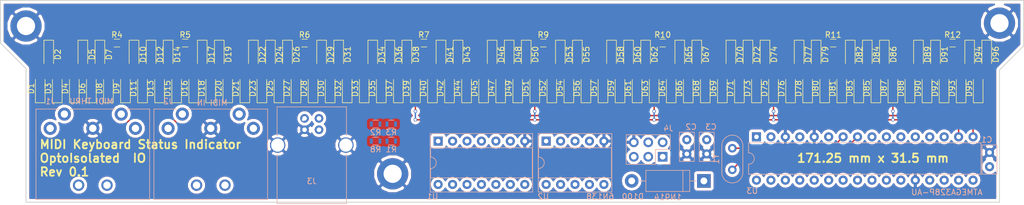
<source format=kicad_pcb>
(kicad_pcb (version 4) (host pcbnew 4.0.6)
  (layers (0 F.Cu signal) (31 B.Cu signal) (34 B.Paste user) (35 F.Paste user) (36 B.SilkS user) (37 F.SilkS user) (38 B.Mask user) (39 F.Mask user) (44 Edge.Cuts user))
  (net 0 "")
  (net 1 +5V)
  (net 2 GND)
  (net 3 "Net-(D1-Pad2)")
  (net 4 /Note_A)
  (net 5 /Note_Bb)
  (net 6 /Note_B)
  (net 7 /Note_C)
  (net 8 /Note_C#)
  (net 9 /Note_D)
  (net 10 /Note_Eb)
  (net 11 /Note_E)
  (net 12 /Note_F)
  (net 13 /Note_F#)
  (net 14 /Note_G)
  (net 15 /Note_G#)
  (net 16 "Net-(J1-Pad5)")
  (net 17 "Net-(J1-Pad3)")
  (net 18 "Net-(J1-Pad1)")
  (net 19 "Net-(J1-Pad4)")
  (net 20 "Net-(J2-Pad3)")
  (net 21 "Net-(J2-Pad1)")
  (net 22 "Net-(J2-Pad4)")
  (net 23 "Net-(J3-Pad3)")
  (net 24 "Net-(J3-Pad2)")
  (net 25 "Net-(R1-Pad1)")
  (net 26 /Octave_1)
  (net 27 /Octave_2)
  (net 28 /Octave_3)
  (net 29 /Octave_4)
  (net 30 /MIDI_IN)
  (net 31 /Octave_5)
  (net 32 /Octave_6)
  (net 33 /Octave_7)
  (net 34 /Octave_8)
  (net 35 "Net-(U1-Pad1)")
  (net 36 "Net-(U2-Pad7)")
  (net 37 "Net-(U3-Pad19)")
  (net 38 "Net-(U3-Pad22)")
  (net 39 "Net-(D13-Pad2)")
  (net 40 "Net-(D25-Pad2)")
  (net 41 "Net-(D37-Pad2)")
  (net 42 "Net-(D49-Pad2)")
  (net 43 "Net-(D61-Pad2)")
  (net 44 "Net-(D73-Pad2)")
  (net 45 "Net-(D85-Pad2)")
  (net 46 "Net-(D100-Pad1)")
  (net 47 "Net-(D100-Pad2)")
  (net 48 /XO_1)
  (net 49 /XO_2)
  (module Mounting_Holes:MountingHole_3.2mm_M3_ISO14580_Pad (layer F.Cu) (at 244.5 80.75)
    (fp_text reference REF** hide)
    (fp_text value "")
    (pad 1 thru_hole circle (at 0 0) (size 5.5 5.5) (drill 3.2) (layers *.Cu *.Mask) (net 2 GND))
  )
  (module Mounting_Holes:MountingHole_3.2mm_M3_ISO14580_Pad (layer F.Cu) (at 73.25 81.25)
    (fp_text reference REF** hide)
    (fp_text value GND)
    (pad 1 thru_hole circle (at 0 0) (size 5.5 5.5) (drill 3.2) (layers *.Cu *.Mask) (net 2 GND))
  )
  (module Capacitors_THT:C_Disc_D5.0mm_W2.5mm_P2.50mm (layer B.Cu) (at 242.75 106 90)
    (fp_text reference C1 (at 4.75 -0.5 180) (layer B.SilkS) (effects (justify mirror)))
    (fp_text value 0.1u)
    (pad 1 thru_hole circle (at 0 0 90) (size 1.6 1.6) (drill 0.8) (layers *.Cu *.Mask) (net 1 +5V))
    (pad 2 thru_hole circle (at 2.5 0 90) (size 1.6 1.6) (drill 0.8) (layers *.Cu *.Mask) (net 2 GND))
  )
  (module LEDs:LED_1206 (layer F.Cu) (at 75.75 92.25 90)
    (fp_text reference D1 (at 0 -1.6 90) (layer F.SilkS))
    (fp_text value A)
    (pad 2 smd rect (at 1.65 0 270) (size 1.5 1.5) (layers F.Cu F.Paste F.Mask) (net 3 "Net-(D1-Pad2)"))
    (pad 1 smd rect (at -1.65 0 270) (size 1.5 1.5) (layers F.Cu F.Paste F.Mask) (net 4 /Note_A))
  )
  (module LEDs:LED_1206 (layer F.Cu) (at 77.25 86.25 270)
    (fp_text reference D2 (at 0 -1.6 270) (layer F.SilkS))
    (fp_text value Bb)
    (pad 2 smd rect (at 1.65 0 90) (size 1.5 1.5) (layers F.Cu F.Paste F.Mask) (net 3 "Net-(D1-Pad2)"))
    (pad 1 smd rect (at -1.65 0 90) (size 1.5 1.5) (layers F.Cu F.Paste F.Mask) (net 5 /Note_Bb))
  )
  (module LEDs:LED_1206 (layer F.Cu) (at 78.75 92.25 90)
    (fp_text reference D3 (at 0 -1.6 90) (layer F.SilkS))
    (fp_text value B)
    (pad 2 smd rect (at 1.65 0 270) (size 1.5 1.5) (layers F.Cu F.Paste F.Mask) (net 3 "Net-(D1-Pad2)"))
    (pad 1 smd rect (at -1.65 0 270) (size 1.5 1.5) (layers F.Cu F.Paste F.Mask) (net 6 /Note_B))
  )
  (module LEDs:LED_1206 (layer F.Cu) (at 81.75 92.25 90)
    (fp_text reference D4 (at 0 -1.6 90) (layer F.SilkS))
    (fp_text value C)
    (pad 2 smd rect (at 1.65 0 270) (size 1.5 1.5) (layers F.Cu F.Paste F.Mask) (net 3 "Net-(D1-Pad2)"))
    (pad 1 smd rect (at -1.65 0 270) (size 1.5 1.5) (layers F.Cu F.Paste F.Mask) (net 7 /Note_C))
  )
  (module LEDs:LED_1206 (layer F.Cu) (at 83.25 86.25 270)
    (fp_text reference D5 (at 0 -1.6 270) (layer F.SilkS))
    (fp_text value C#)
    (pad 2 smd rect (at 1.65 0 90) (size 1.5 1.5) (layers F.Cu F.Paste F.Mask) (net 3 "Net-(D1-Pad2)"))
    (pad 1 smd rect (at -1.65 0 90) (size 1.5 1.5) (layers F.Cu F.Paste F.Mask) (net 8 /Note_C#))
  )
  (module LEDs:LED_1206 (layer F.Cu) (at 84.75 92.25 90)
    (fp_text reference D6 (at 0 -1.6 90) (layer F.SilkS))
    (fp_text value D)
    (pad 2 smd rect (at 1.65 0 270) (size 1.5 1.5) (layers F.Cu F.Paste F.Mask) (net 3 "Net-(D1-Pad2)"))
    (pad 1 smd rect (at -1.65 0 270) (size 1.5 1.5) (layers F.Cu F.Paste F.Mask) (net 9 /Note_D))
  )
  (module LEDs:LED_1206 (layer F.Cu) (at 86.25 86.25 270)
    (fp_text reference D7 (at 0 -1.6 270) (layer F.SilkS))
    (fp_text value Eb)
    (pad 2 smd rect (at 1.65 0 90) (size 1.5 1.5) (layers F.Cu F.Paste F.Mask) (net 3 "Net-(D1-Pad2)"))
    (pad 1 smd rect (at -1.65 0 90) (size 1.5 1.5) (layers F.Cu F.Paste F.Mask) (net 10 /Note_Eb))
  )
  (module LEDs:LED_1206 (layer F.Cu) (at 87.75 92.25 90)
    (fp_text reference D8 (at 0 -1.6 90) (layer F.SilkS))
    (fp_text value E)
    (pad 2 smd rect (at 1.65 0 270) (size 1.5 1.5) (layers F.Cu F.Paste F.Mask) (net 3 "Net-(D1-Pad2)"))
    (pad 1 smd rect (at -1.65 0 270) (size 1.5 1.5) (layers F.Cu F.Paste F.Mask) (net 11 /Note_E))
  )
  (module LEDs:LED_1206 (layer F.Cu) (at 90.75 92.25 90)
    (fp_text reference D9 (at 0 -1.6 90) (layer F.SilkS))
    (fp_text value F)
    (pad 2 smd rect (at 1.65 0 270) (size 1.5 1.5) (layers F.Cu F.Paste F.Mask) (net 3 "Net-(D1-Pad2)"))
    (pad 1 smd rect (at -1.65 0 270) (size 1.5 1.5) (layers F.Cu F.Paste F.Mask) (net 12 /Note_F))
  )
  (module LEDs:LED_1206 (layer F.Cu) (at 92.25 86.25 270)
    (fp_text reference D10 (at 0 -1.6 270) (layer F.SilkS))
    (fp_text value F#)
    (pad 2 smd rect (at 1.65 0 90) (size 1.5 1.5) (layers F.Cu F.Paste F.Mask) (net 3 "Net-(D1-Pad2)"))
    (pad 1 smd rect (at -1.65 0 90) (size 1.5 1.5) (layers F.Cu F.Paste F.Mask) (net 13 /Note_F#))
  )
  (module LEDs:LED_1206 (layer F.Cu) (at 93.75 92.25 90)
    (fp_text reference D11 (at 0 -1.6 90) (layer F.SilkS))
    (fp_text value G)
    (pad 2 smd rect (at 1.65 0 270) (size 1.5 1.5) (layers F.Cu F.Paste F.Mask) (net 3 "Net-(D1-Pad2)"))
    (pad 1 smd rect (at -1.65 0 270) (size 1.5 1.5) (layers F.Cu F.Paste F.Mask) (net 14 /Note_G))
  )
  (module LEDs:LED_1206 (layer F.Cu) (at 95.25 86.25 270)
    (fp_text reference D12 (at 0 -1.6 270) (layer F.SilkS))
    (fp_text value Ab)
    (pad 2 smd rect (at 1.65 0 90) (size 1.5 1.5) (layers F.Cu F.Paste F.Mask) (net 3 "Net-(D1-Pad2)"))
    (pad 1 smd rect (at -1.65 0 90) (size 1.5 1.5) (layers F.Cu F.Paste F.Mask) (net 15 /Note_G#))
  )
  (module LEDs:LED_1206 (layer F.Cu) (at 96.75 92.25 90)
    (fp_text reference D13 (at 0 -1.6 90) (layer F.SilkS))
    (fp_text value A)
    (pad 2 smd rect (at 1.65 0 270) (size 1.5 1.5) (layers F.Cu F.Paste F.Mask) (net 39 "Net-(D13-Pad2)"))
    (pad 1 smd rect (at -1.65 0 270) (size 1.5 1.5) (layers F.Cu F.Paste F.Mask) (net 4 /Note_A))
  )
  (module LEDs:LED_1206 (layer F.Cu) (at 98.25 86.25 270)
    (fp_text reference D14 (at 0 -1.6 270) (layer F.SilkS))
    (fp_text value Bb)
    (pad 2 smd rect (at 1.65 0 90) (size 1.5 1.5) (layers F.Cu F.Paste F.Mask) (net 39 "Net-(D13-Pad2)"))
    (pad 1 smd rect (at -1.65 0 90) (size 1.5 1.5) (layers F.Cu F.Paste F.Mask) (net 5 /Note_Bb))
  )
  (module LEDs:LED_1206 (layer F.Cu) (at 99.75 92.25 90)
    (fp_text reference D15 (at 0 -1.6 90) (layer F.SilkS))
    (fp_text value B)
    (pad 2 smd rect (at 1.65 0 270) (size 1.5 1.5) (layers F.Cu F.Paste F.Mask) (net 39 "Net-(D13-Pad2)"))
    (pad 1 smd rect (at -1.65 0 270) (size 1.5 1.5) (layers F.Cu F.Paste F.Mask) (net 6 /Note_B))
  )
  (module LEDs:LED_1206 (layer F.Cu) (at 102.75 92.25 90)
    (fp_text reference D16 (at 0 -1.6 90) (layer F.SilkS))
    (fp_text value C)
    (pad 2 smd rect (at 1.65 0 270) (size 1.5 1.5) (layers F.Cu F.Paste F.Mask) (net 39 "Net-(D13-Pad2)"))
    (pad 1 smd rect (at -1.65 0 270) (size 1.5 1.5) (layers F.Cu F.Paste F.Mask) (net 7 /Note_C))
  )
  (module LEDs:LED_1206 (layer F.Cu) (at 104.25 86.25 270)
    (fp_text reference D17 (at 0 -1.6 270) (layer F.SilkS))
    (fp_text value C#)
    (pad 2 smd rect (at 1.65 0 90) (size 1.5 1.5) (layers F.Cu F.Paste F.Mask) (net 39 "Net-(D13-Pad2)"))
    (pad 1 smd rect (at -1.65 0 90) (size 1.5 1.5) (layers F.Cu F.Paste F.Mask) (net 8 /Note_C#))
  )
  (module LEDs:LED_1206 (layer F.Cu) (at 105.75 92.25 90)
    (fp_text reference D18 (at 0 -1.6 90) (layer F.SilkS))
    (fp_text value D)
    (pad 2 smd rect (at 1.65 0 270) (size 1.5 1.5) (layers F.Cu F.Paste F.Mask) (net 39 "Net-(D13-Pad2)"))
    (pad 1 smd rect (at -1.65 0 270) (size 1.5 1.5) (layers F.Cu F.Paste F.Mask) (net 9 /Note_D))
  )
  (module LEDs:LED_1206 (layer F.Cu) (at 107.25 86.25 270)
    (fp_text reference D19 (at 0 -1.6 270) (layer F.SilkS))
    (fp_text value Eb)
    (pad 2 smd rect (at 1.65 0 90) (size 1.5 1.5) (layers F.Cu F.Paste F.Mask) (net 39 "Net-(D13-Pad2)"))
    (pad 1 smd rect (at -1.65 0 90) (size 1.5 1.5) (layers F.Cu F.Paste F.Mask) (net 10 /Note_Eb))
  )
  (module LEDs:LED_1206 (layer F.Cu) (at 108.75 92.25 90)
    (fp_text reference D20 (at 0 -1.6 90) (layer F.SilkS))
    (fp_text value E)
    (pad 2 smd rect (at 1.65 0 270) (size 1.5 1.5) (layers F.Cu F.Paste F.Mask) (net 39 "Net-(D13-Pad2)"))
    (pad 1 smd rect (at -1.65 0 270) (size 1.5 1.5) (layers F.Cu F.Paste F.Mask) (net 11 /Note_E))
  )
  (module LEDs:LED_1206 (layer F.Cu) (at 111.75 92.25 90)
    (fp_text reference D21 (at 0 -1.6 90) (layer F.SilkS))
    (fp_text value F)
    (pad 2 smd rect (at 1.65 0 270) (size 1.5 1.5) (layers F.Cu F.Paste F.Mask) (net 39 "Net-(D13-Pad2)"))
    (pad 1 smd rect (at -1.65 0 270) (size 1.5 1.5) (layers F.Cu F.Paste F.Mask) (net 12 /Note_F))
  )
  (module LEDs:LED_1206 (layer F.Cu) (at 113.25 86.25 270)
    (fp_text reference D22 (at 0 -1.6 270) (layer F.SilkS))
    (fp_text value F#)
    (pad 2 smd rect (at 1.65 0 90) (size 1.5 1.5) (layers F.Cu F.Paste F.Mask) (net 39 "Net-(D13-Pad2)"))
    (pad 1 smd rect (at -1.65 0 90) (size 1.5 1.5) (layers F.Cu F.Paste F.Mask) (net 13 /Note_F#))
  )
  (module LEDs:LED_1206 (layer F.Cu) (at 114.75 92.25 90)
    (fp_text reference D23 (at 0 -1.6 90) (layer F.SilkS))
    (fp_text value G)
    (pad 2 smd rect (at 1.65 0 270) (size 1.5 1.5) (layers F.Cu F.Paste F.Mask) (net 39 "Net-(D13-Pad2)"))
    (pad 1 smd rect (at -1.65 0 270) (size 1.5 1.5) (layers F.Cu F.Paste F.Mask) (net 14 /Note_G))
  )
  (module LEDs:LED_1206 (layer F.Cu) (at 116.25 86.25 270)
    (fp_text reference D24 (at 0 -1.6 270) (layer F.SilkS))
    (fp_text value Ab)
    (pad 2 smd rect (at 1.65 0 90) (size 1.5 1.5) (layers F.Cu F.Paste F.Mask) (net 39 "Net-(D13-Pad2)"))
    (pad 1 smd rect (at -1.65 0 90) (size 1.5 1.5) (layers F.Cu F.Paste F.Mask) (net 15 /Note_G#))
  )
  (module LEDs:LED_1206 (layer F.Cu) (at 117.75 92.25 90)
    (fp_text reference D25 (at 0 -1.6 90) (layer F.SilkS))
    (fp_text value A)
    (pad 2 smd rect (at 1.65 0 270) (size 1.5 1.5) (layers F.Cu F.Paste F.Mask) (net 40 "Net-(D25-Pad2)"))
    (pad 1 smd rect (at -1.65 0 270) (size 1.5 1.5) (layers F.Cu F.Paste F.Mask) (net 4 /Note_A))
  )
  (module LEDs:LED_1206 (layer F.Cu) (at 119.25 86.25 270)
    (fp_text reference D26 (at 0 -1.6 270) (layer F.SilkS))
    (fp_text value Bb)
    (pad 2 smd rect (at 1.65 0 90) (size 1.5 1.5) (layers F.Cu F.Paste F.Mask) (net 40 "Net-(D25-Pad2)"))
    (pad 1 smd rect (at -1.65 0 90) (size 1.5 1.5) (layers F.Cu F.Paste F.Mask) (net 5 /Note_Bb))
  )
  (module LEDs:LED_1206 (layer F.Cu) (at 120.75 92.25 90)
    (fp_text reference D27 (at 0 -1.6 90) (layer F.SilkS))
    (fp_text value B)
    (pad 2 smd rect (at 1.65 0 270) (size 1.5 1.5) (layers F.Cu F.Paste F.Mask) (net 40 "Net-(D25-Pad2)"))
    (pad 1 smd rect (at -1.65 0 270) (size 1.5 1.5) (layers F.Cu F.Paste F.Mask) (net 6 /Note_B))
  )
  (module LEDs:LED_1206 (layer F.Cu) (at 123.75 92.25 90)
    (fp_text reference D28 (at 0 -1.6 90) (layer F.SilkS))
    (fp_text value C)
    (pad 2 smd rect (at 1.65 0 270) (size 1.5 1.5) (layers F.Cu F.Paste F.Mask) (net 40 "Net-(D25-Pad2)"))
    (pad 1 smd rect (at -1.65 0 270) (size 1.5 1.5) (layers F.Cu F.Paste F.Mask) (net 7 /Note_C))
  )
  (module LEDs:LED_1206 (layer F.Cu) (at 125.25 86.25 270)
    (fp_text reference D29 (at 0 -1.6 270) (layer F.SilkS))
    (fp_text value C#)
    (pad 2 smd rect (at 1.65 0 90) (size 1.5 1.5) (layers F.Cu F.Paste F.Mask) (net 40 "Net-(D25-Pad2)"))
    (pad 1 smd rect (at -1.65 0 90) (size 1.5 1.5) (layers F.Cu F.Paste F.Mask) (net 8 /Note_C#))
  )
  (module LEDs:LED_1206 (layer F.Cu) (at 126.75 92.25 90)
    (fp_text reference D30 (at 0 -1.6 90) (layer F.SilkS))
    (fp_text value D)
    (pad 2 smd rect (at 1.65 0 270) (size 1.5 1.5) (layers F.Cu F.Paste F.Mask) (net 40 "Net-(D25-Pad2)"))
    (pad 1 smd rect (at -1.65 0 270) (size 1.5 1.5) (layers F.Cu F.Paste F.Mask) (net 9 /Note_D))
  )
  (module LEDs:LED_1206 (layer F.Cu) (at 128.25 86.25 270)
    (fp_text reference D31 (at 0 -1.6 270) (layer F.SilkS))
    (fp_text value Eb)
    (pad 2 smd rect (at 1.65 0 90) (size 1.5 1.5) (layers F.Cu F.Paste F.Mask) (net 40 "Net-(D25-Pad2)"))
    (pad 1 smd rect (at -1.65 0 90) (size 1.5 1.5) (layers F.Cu F.Paste F.Mask) (net 10 /Note_Eb))
  )
  (module LEDs:LED_1206 (layer F.Cu) (at 129.75 92.25 90)
    (fp_text reference D32 (at 0 -1.6 90) (layer F.SilkS))
    (fp_text value E)
    (pad 2 smd rect (at 1.65 0 270) (size 1.5 1.5) (layers F.Cu F.Paste F.Mask) (net 40 "Net-(D25-Pad2)"))
    (pad 1 smd rect (at -1.65 0 270) (size 1.5 1.5) (layers F.Cu F.Paste F.Mask) (net 11 /Note_E))
  )
  (module LEDs:LED_1206 (layer F.Cu) (at 132.75 92.25 90)
    (fp_text reference D33 (at 0 -1.6 90) (layer F.SilkS))
    (fp_text value F)
    (pad 2 smd rect (at 1.65 0 270) (size 1.5 1.5) (layers F.Cu F.Paste F.Mask) (net 40 "Net-(D25-Pad2)"))
    (pad 1 smd rect (at -1.65 0 270) (size 1.5 1.5) (layers F.Cu F.Paste F.Mask) (net 12 /Note_F))
  )
  (module LEDs:LED_1206 (layer F.Cu) (at 134.25 86.25 270)
    (fp_text reference D34 (at 0 -1.6 270) (layer F.SilkS))
    (fp_text value F#)
    (pad 2 smd rect (at 1.65 0 90) (size 1.5 1.5) (layers F.Cu F.Paste F.Mask) (net 40 "Net-(D25-Pad2)"))
    (pad 1 smd rect (at -1.65 0 90) (size 1.5 1.5) (layers F.Cu F.Paste F.Mask) (net 13 /Note_F#))
  )
  (module LEDs:LED_1206 (layer F.Cu) (at 135.75 92.25 90)
    (fp_text reference D35 (at 0 -1.6 90) (layer F.SilkS))
    (fp_text value G)
    (pad 2 smd rect (at 1.65 0 270) (size 1.5 1.5) (layers F.Cu F.Paste F.Mask) (net 40 "Net-(D25-Pad2)"))
    (pad 1 smd rect (at -1.65 0 270) (size 1.5 1.5) (layers F.Cu F.Paste F.Mask) (net 14 /Note_G))
  )
  (module LEDs:LED_1206 (layer F.Cu) (at 137.25 86.25 270)
    (fp_text reference D36 (at 0 -1.6 270) (layer F.SilkS))
    (fp_text value Ab)
    (pad 2 smd rect (at 1.65 0 90) (size 1.5 1.5) (layers F.Cu F.Paste F.Mask) (net 40 "Net-(D25-Pad2)"))
    (pad 1 smd rect (at -1.65 0 90) (size 1.5 1.5) (layers F.Cu F.Paste F.Mask) (net 15 /Note_G#))
  )
  (module LEDs:LED_1206 (layer F.Cu) (at 138.75 92.25 90)
    (fp_text reference D37 (at 0 -1.6 90) (layer F.SilkS))
    (fp_text value A)
    (pad 2 smd rect (at 1.65 0 270) (size 1.5 1.5) (layers F.Cu F.Paste F.Mask) (net 41 "Net-(D37-Pad2)"))
    (pad 1 smd rect (at -1.65 0 270) (size 1.5 1.5) (layers F.Cu F.Paste F.Mask) (net 4 /Note_A))
  )
  (module LEDs:LED_1206 (layer F.Cu) (at 140.25 86.25 270)
    (fp_text reference D38 (at 0 -1.6 270) (layer F.SilkS))
    (fp_text value Bb)
    (pad 2 smd rect (at 1.65 0 90) (size 1.5 1.5) (layers F.Cu F.Paste F.Mask) (net 41 "Net-(D37-Pad2)"))
    (pad 1 smd rect (at -1.65 0 90) (size 1.5 1.5) (layers F.Cu F.Paste F.Mask) (net 5 /Note_Bb))
  )
  (module LEDs:LED_1206 (layer F.Cu) (at 141.75 92.25 90)
    (fp_text reference D39 (at 0 -1.6 90) (layer F.SilkS))
    (fp_text value B)
    (pad 2 smd rect (at 1.65 0 270) (size 1.5 1.5) (layers F.Cu F.Paste F.Mask) (net 41 "Net-(D37-Pad2)"))
    (pad 1 smd rect (at -1.65 0 270) (size 1.5 1.5) (layers F.Cu F.Paste F.Mask) (net 6 /Note_B))
  )
  (module LEDs:LED_1206 (layer F.Cu) (at 144.75 92.25 90)
    (fp_text reference D40 (at 0 -1.6 90) (layer F.SilkS))
    (fp_text value C)
    (pad 2 smd rect (at 1.65 0 270) (size 1.5 1.5) (layers F.Cu F.Paste F.Mask) (net 41 "Net-(D37-Pad2)"))
    (pad 1 smd rect (at -1.65 0 270) (size 1.5 1.5) (layers F.Cu F.Paste F.Mask) (net 7 /Note_C))
  )
  (module LEDs:LED_1206 (layer F.Cu) (at 146.25 86.25 270)
    (fp_text reference D41 (at 0 -1.6 270) (layer F.SilkS))
    (fp_text value C#)
    (pad 2 smd rect (at 1.65 0 90) (size 1.5 1.5) (layers F.Cu F.Paste F.Mask) (net 41 "Net-(D37-Pad2)"))
    (pad 1 smd rect (at -1.65 0 90) (size 1.5 1.5) (layers F.Cu F.Paste F.Mask) (net 8 /Note_C#))
  )
  (module LEDs:LED_1206 (layer F.Cu) (at 147.75 92.25 90)
    (fp_text reference D42 (at 0 -1.6 90) (layer F.SilkS))
    (fp_text value D)
    (pad 2 smd rect (at 1.65 0 270) (size 1.5 1.5) (layers F.Cu F.Paste F.Mask) (net 41 "Net-(D37-Pad2)"))
    (pad 1 smd rect (at -1.65 0 270) (size 1.5 1.5) (layers F.Cu F.Paste F.Mask) (net 9 /Note_D))
  )
  (module LEDs:LED_1206 (layer F.Cu) (at 149.25 86.25 270)
    (fp_text reference D43 (at 0 -1.6 270) (layer F.SilkS))
    (fp_text value Eb)
    (pad 2 smd rect (at 1.65 0 90) (size 1.5 1.5) (layers F.Cu F.Paste F.Mask) (net 41 "Net-(D37-Pad2)"))
    (pad 1 smd rect (at -1.65 0 90) (size 1.5 1.5) (layers F.Cu F.Paste F.Mask) (net 10 /Note_Eb))
  )
  (module LEDs:LED_1206 (layer F.Cu) (at 150.75 92.25 90)
    (fp_text reference D44 (at 0 -1.6 90) (layer F.SilkS))
    (fp_text value E)
    (pad 2 smd rect (at 1.65 0 270) (size 1.5 1.5) (layers F.Cu F.Paste F.Mask) (net 41 "Net-(D37-Pad2)"))
    (pad 1 smd rect (at -1.65 0 270) (size 1.5 1.5) (layers F.Cu F.Paste F.Mask) (net 11 /Note_E))
  )
  (module LEDs:LED_1206 (layer F.Cu) (at 153.75 92.25 90)
    (fp_text reference D45 (at 0 -1.6 90) (layer F.SilkS))
    (fp_text value F)
    (pad 2 smd rect (at 1.65 0 270) (size 1.5 1.5) (layers F.Cu F.Paste F.Mask) (net 41 "Net-(D37-Pad2)"))
    (pad 1 smd rect (at -1.65 0 270) (size 1.5 1.5) (layers F.Cu F.Paste F.Mask) (net 12 /Note_F))
  )
  (module LEDs:LED_1206 (layer F.Cu) (at 155.25 86.25 270)
    (fp_text reference D46 (at 0 -1.6 270) (layer F.SilkS))
    (fp_text value F#)
    (pad 2 smd rect (at 1.65 0 90) (size 1.5 1.5) (layers F.Cu F.Paste F.Mask) (net 41 "Net-(D37-Pad2)"))
    (pad 1 smd rect (at -1.65 0 90) (size 1.5 1.5) (layers F.Cu F.Paste F.Mask) (net 13 /Note_F#))
  )
  (module LEDs:LED_1206 (layer F.Cu) (at 156.75 92.25 90)
    (fp_text reference D47 (at 0 -1.6 90) (layer F.SilkS))
    (fp_text value G)
    (pad 2 smd rect (at 1.65 0 270) (size 1.5 1.5) (layers F.Cu F.Paste F.Mask) (net 41 "Net-(D37-Pad2)"))
    (pad 1 smd rect (at -1.65 0 270) (size 1.5 1.5) (layers F.Cu F.Paste F.Mask) (net 14 /Note_G))
  )
  (module LEDs:LED_1206 (layer F.Cu) (at 158.25 86.25 270)
    (fp_text reference D48 (at 0 -1.6 270) (layer F.SilkS))
    (fp_text value Ab)
    (pad 2 smd rect (at 1.65 0 90) (size 1.5 1.5) (layers F.Cu F.Paste F.Mask) (net 41 "Net-(D37-Pad2)"))
    (pad 1 smd rect (at -1.65 0 90) (size 1.5 1.5) (layers F.Cu F.Paste F.Mask) (net 15 /Note_G#))
  )
  (module LEDs:LED_1206 (layer F.Cu) (at 159.75 92.25 90)
    (fp_text reference D49 (at 0 -1.6 90) (layer F.SilkS))
    (fp_text value A)
    (pad 2 smd rect (at 1.65 0 270) (size 1.5 1.5) (layers F.Cu F.Paste F.Mask) (net 42 "Net-(D49-Pad2)"))
    (pad 1 smd rect (at -1.65 0 270) (size 1.5 1.5) (layers F.Cu F.Paste F.Mask) (net 4 /Note_A))
  )
  (module LEDs:LED_1206 (layer F.Cu) (at 161.25 86.25 270)
    (fp_text reference D50 (at 0 -1.6 270) (layer F.SilkS))
    (fp_text value Bb)
    (pad 2 smd rect (at 1.65 0 90) (size 1.5 1.5) (layers F.Cu F.Paste F.Mask) (net 42 "Net-(D49-Pad2)"))
    (pad 1 smd rect (at -1.65 0 90) (size 1.5 1.5) (layers F.Cu F.Paste F.Mask) (net 5 /Note_Bb))
  )
  (module LEDs:LED_1206 (layer F.Cu) (at 162.75 92.25 90)
    (fp_text reference D51 (at 0 -1.6 90) (layer F.SilkS))
    (fp_text value B)
    (pad 2 smd rect (at 1.65 0 270) (size 1.5 1.5) (layers F.Cu F.Paste F.Mask) (net 42 "Net-(D49-Pad2)"))
    (pad 1 smd rect (at -1.65 0 270) (size 1.5 1.5) (layers F.Cu F.Paste F.Mask) (net 6 /Note_B))
  )
  (module LEDs:LED_1206 (layer F.Cu) (at 165.75 92.25 90)
    (fp_text reference D52 (at 0 -1.6 90) (layer F.SilkS))
    (fp_text value C)
    (pad 2 smd rect (at 1.65 0 270) (size 1.5 1.5) (layers F.Cu F.Paste F.Mask) (net 42 "Net-(D49-Pad2)"))
    (pad 1 smd rect (at -1.65 0 270) (size 1.5 1.5) (layers F.Cu F.Paste F.Mask) (net 7 /Note_C))
  )
  (module LEDs:LED_1206 (layer F.Cu) (at 167.25 86.25 270)
    (fp_text reference D53 (at 0 -1.6 270) (layer F.SilkS))
    (fp_text value C#)
    (pad 2 smd rect (at 1.65 0 90) (size 1.5 1.5) (layers F.Cu F.Paste F.Mask) (net 42 "Net-(D49-Pad2)"))
    (pad 1 smd rect (at -1.65 0 90) (size 1.5 1.5) (layers F.Cu F.Paste F.Mask) (net 8 /Note_C#))
  )
  (module LEDs:LED_1206 (layer F.Cu) (at 168.75 92.25 90)
    (fp_text reference D54 (at 0 -1.6 90) (layer F.SilkS))
    (fp_text value D)
    (pad 2 smd rect (at 1.65 0 270) (size 1.5 1.5) (layers F.Cu F.Paste F.Mask) (net 42 "Net-(D49-Pad2)"))
    (pad 1 smd rect (at -1.65 0 270) (size 1.5 1.5) (layers F.Cu F.Paste F.Mask) (net 9 /Note_D))
  )
  (module LEDs:LED_1206 (layer F.Cu) (at 170.25 86.25 270)
    (fp_text reference D55 (at 0 -1.6 270) (layer F.SilkS))
    (fp_text value Eb)
    (pad 2 smd rect (at 1.65 0 90) (size 1.5 1.5) (layers F.Cu F.Paste F.Mask) (net 42 "Net-(D49-Pad2)"))
    (pad 1 smd rect (at -1.65 0 90) (size 1.5 1.5) (layers F.Cu F.Paste F.Mask) (net 10 /Note_Eb))
  )
  (module LEDs:LED_1206 (layer F.Cu) (at 171.75 92.25 90)
    (fp_text reference D56 (at 0 -1.6 90) (layer F.SilkS))
    (fp_text value E)
    (pad 2 smd rect (at 1.65 0 270) (size 1.5 1.5) (layers F.Cu F.Paste F.Mask) (net 42 "Net-(D49-Pad2)"))
    (pad 1 smd rect (at -1.65 0 270) (size 1.5 1.5) (layers F.Cu F.Paste F.Mask) (net 11 /Note_E))
  )
  (module LEDs:LED_1206 (layer F.Cu) (at 174.75 92.25 90)
    (fp_text reference D57 (at 0 -1.6 90) (layer F.SilkS))
    (fp_text value F)
    (pad 2 smd rect (at 1.65 0 270) (size 1.5 1.5) (layers F.Cu F.Paste F.Mask) (net 42 "Net-(D49-Pad2)"))
    (pad 1 smd rect (at -1.65 0 270) (size 1.5 1.5) (layers F.Cu F.Paste F.Mask) (net 12 /Note_F))
  )
  (module LEDs:LED_1206 (layer F.Cu) (at 176.25 86.25 270)
    (fp_text reference D58 (at 0 -1.6 270) (layer F.SilkS))
    (fp_text value F#)
    (pad 2 smd rect (at 1.65 0 90) (size 1.5 1.5) (layers F.Cu F.Paste F.Mask) (net 42 "Net-(D49-Pad2)"))
    (pad 1 smd rect (at -1.65 0 90) (size 1.5 1.5) (layers F.Cu F.Paste F.Mask) (net 13 /Note_F#))
  )
  (module LEDs:LED_1206 (layer F.Cu) (at 177.75 92.25 90)
    (fp_text reference D59 (at 0 -1.6 90) (layer F.SilkS))
    (fp_text value G)
    (pad 2 smd rect (at 1.65 0 270) (size 1.5 1.5) (layers F.Cu F.Paste F.Mask) (net 42 "Net-(D49-Pad2)"))
    (pad 1 smd rect (at -1.65 0 270) (size 1.5 1.5) (layers F.Cu F.Paste F.Mask) (net 14 /Note_G))
  )
  (module LEDs:LED_1206 (layer F.Cu) (at 179.25 86.25 270)
    (fp_text reference D60 (at 0 -1.6 270) (layer F.SilkS))
    (fp_text value Ab)
    (pad 2 smd rect (at 1.65 0 90) (size 1.5 1.5) (layers F.Cu F.Paste F.Mask) (net 42 "Net-(D49-Pad2)"))
    (pad 1 smd rect (at -1.65 0 90) (size 1.5 1.5) (layers F.Cu F.Paste F.Mask) (net 15 /Note_G#))
  )
  (module LEDs:LED_1206 (layer F.Cu) (at 180.75 92.25 90)
    (fp_text reference D61 (at 0 -1.6 90) (layer F.SilkS))
    (fp_text value A)
    (pad 2 smd rect (at 1.65 0 270) (size 1.5 1.5) (layers F.Cu F.Paste F.Mask) (net 43 "Net-(D61-Pad2)"))
    (pad 1 smd rect (at -1.65 0 270) (size 1.5 1.5) (layers F.Cu F.Paste F.Mask) (net 4 /Note_A))
  )
  (module LEDs:LED_1206 (layer F.Cu) (at 182.25 86.25 270)
    (fp_text reference D62 (at 0 -1.6 270) (layer F.SilkS))
    (fp_text value Bb)
    (pad 2 smd rect (at 1.65 0 90) (size 1.5 1.5) (layers F.Cu F.Paste F.Mask) (net 43 "Net-(D61-Pad2)"))
    (pad 1 smd rect (at -1.65 0 90) (size 1.5 1.5) (layers F.Cu F.Paste F.Mask) (net 5 /Note_Bb))
  )
  (module LEDs:LED_1206 (layer F.Cu) (at 183.75 92.25 90)
    (fp_text reference D63 (at 0 -1.6 90) (layer F.SilkS))
    (fp_text value B)
    (pad 2 smd rect (at 1.65 0 270) (size 1.5 1.5) (layers F.Cu F.Paste F.Mask) (net 43 "Net-(D61-Pad2)"))
    (pad 1 smd rect (at -1.65 0 270) (size 1.5 1.5) (layers F.Cu F.Paste F.Mask) (net 6 /Note_B))
  )
  (module LEDs:LED_1206 (layer F.Cu) (at 186.75 92.25 90)
    (fp_text reference D64 (at 0 -1.6 90) (layer F.SilkS))
    (fp_text value C)
    (pad 2 smd rect (at 1.65 0 270) (size 1.5 1.5) (layers F.Cu F.Paste F.Mask) (net 43 "Net-(D61-Pad2)"))
    (pad 1 smd rect (at -1.65 0 270) (size 1.5 1.5) (layers F.Cu F.Paste F.Mask) (net 7 /Note_C))
  )
  (module LEDs:LED_1206 (layer F.Cu) (at 188.25 86.25 270)
    (fp_text reference D65 (at 0 -1.6 270) (layer F.SilkS))
    (fp_text value C#)
    (pad 2 smd rect (at 1.65 0 90) (size 1.5 1.5) (layers F.Cu F.Paste F.Mask) (net 43 "Net-(D61-Pad2)"))
    (pad 1 smd rect (at -1.65 0 90) (size 1.5 1.5) (layers F.Cu F.Paste F.Mask) (net 8 /Note_C#))
  )
  (module LEDs:LED_1206 (layer F.Cu) (at 189.75 92.25 90)
    (fp_text reference D66 (at 0 -1.6 90) (layer F.SilkS))
    (fp_text value D)
    (pad 2 smd rect (at 1.65 0 270) (size 1.5 1.5) (layers F.Cu F.Paste F.Mask) (net 43 "Net-(D61-Pad2)"))
    (pad 1 smd rect (at -1.65 0 270) (size 1.5 1.5) (layers F.Cu F.Paste F.Mask) (net 9 /Note_D))
  )
  (module LEDs:LED_1206 (layer F.Cu) (at 191.25 86.25 270)
    (fp_text reference D67 (at 0 -1.6 270) (layer F.SilkS))
    (fp_text value Eb)
    (pad 2 smd rect (at 1.65 0 90) (size 1.5 1.5) (layers F.Cu F.Paste F.Mask) (net 43 "Net-(D61-Pad2)"))
    (pad 1 smd rect (at -1.65 0 90) (size 1.5 1.5) (layers F.Cu F.Paste F.Mask) (net 10 /Note_Eb))
  )
  (module LEDs:LED_1206 (layer F.Cu) (at 192.75 92.25 90)
    (fp_text reference D68 (at 0 -1.6 90) (layer F.SilkS))
    (fp_text value E)
    (pad 2 smd rect (at 1.65 0 270) (size 1.5 1.5) (layers F.Cu F.Paste F.Mask) (net 43 "Net-(D61-Pad2)"))
    (pad 1 smd rect (at -1.65 0 270) (size 1.5 1.5) (layers F.Cu F.Paste F.Mask) (net 11 /Note_E))
  )
  (module LEDs:LED_1206 (layer F.Cu) (at 195.75 92.25 90)
    (fp_text reference D69 (at 0 -1.6 90) (layer F.SilkS))
    (fp_text value F)
    (pad 2 smd rect (at 1.65 0 270) (size 1.5 1.5) (layers F.Cu F.Paste F.Mask) (net 43 "Net-(D61-Pad2)"))
    (pad 1 smd rect (at -1.65 0 270) (size 1.5 1.5) (layers F.Cu F.Paste F.Mask) (net 12 /Note_F))
  )
  (module LEDs:LED_1206 (layer F.Cu) (at 197.25 86.25 270)
    (fp_text reference D70 (at 0 -1.6 270) (layer F.SilkS))
    (fp_text value F#)
    (pad 2 smd rect (at 1.65 0 90) (size 1.5 1.5) (layers F.Cu F.Paste F.Mask) (net 43 "Net-(D61-Pad2)"))
    (pad 1 smd rect (at -1.65 0 90) (size 1.5 1.5) (layers F.Cu F.Paste F.Mask) (net 13 /Note_F#))
  )
  (module LEDs:LED_1206 (layer F.Cu) (at 198.75 92.25 90)
    (fp_text reference D71 (at 0 -1.6 90) (layer F.SilkS))
    (fp_text value G)
    (pad 2 smd rect (at 1.65 0 270) (size 1.5 1.5) (layers F.Cu F.Paste F.Mask) (net 43 "Net-(D61-Pad2)"))
    (pad 1 smd rect (at -1.65 0 270) (size 1.5 1.5) (layers F.Cu F.Paste F.Mask) (net 14 /Note_G))
  )
  (module LEDs:LED_1206 (layer F.Cu) (at 200.25 86.25 270)
    (fp_text reference D72 (at 0 -1.6 270) (layer F.SilkS))
    (fp_text value Ab)
    (pad 2 smd rect (at 1.65 0 90) (size 1.5 1.5) (layers F.Cu F.Paste F.Mask) (net 43 "Net-(D61-Pad2)"))
    (pad 1 smd rect (at -1.65 0 90) (size 1.5 1.5) (layers F.Cu F.Paste F.Mask) (net 15 /Note_G#))
  )
  (module LEDs:LED_1206 (layer F.Cu) (at 201.75 92.25 90)
    (fp_text reference D73 (at 0 -1.6 90) (layer F.SilkS))
    (fp_text value A)
    (pad 2 smd rect (at 1.65 0 270) (size 1.5 1.5) (layers F.Cu F.Paste F.Mask) (net 44 "Net-(D73-Pad2)"))
    (pad 1 smd rect (at -1.65 0 270) (size 1.5 1.5) (layers F.Cu F.Paste F.Mask) (net 4 /Note_A))
  )
  (module LEDs:LED_1206 (layer F.Cu) (at 203.25 86.25 270)
    (fp_text reference D74 (at 0 -1.6 270) (layer F.SilkS))
    (fp_text value Bb)
    (pad 2 smd rect (at 1.65 0 90) (size 1.5 1.5) (layers F.Cu F.Paste F.Mask) (net 44 "Net-(D73-Pad2)"))
    (pad 1 smd rect (at -1.65 0 90) (size 1.5 1.5) (layers F.Cu F.Paste F.Mask) (net 5 /Note_Bb))
  )
  (module LEDs:LED_1206 (layer F.Cu) (at 204.75 92.25 90)
    (fp_text reference D75 (at 0 -1.6 90) (layer F.SilkS))
    (fp_text value B)
    (pad 2 smd rect (at 1.65 0 270) (size 1.5 1.5) (layers F.Cu F.Paste F.Mask) (net 44 "Net-(D73-Pad2)"))
    (pad 1 smd rect (at -1.65 0 270) (size 1.5 1.5) (layers F.Cu F.Paste F.Mask) (net 6 /Note_B))
  )
  (module LEDs:LED_1206 (layer F.Cu) (at 207.75 92.25 90)
    (fp_text reference D76 (at 0 -1.6 90) (layer F.SilkS))
    (fp_text value C)
    (pad 2 smd rect (at 1.65 0 270) (size 1.5 1.5) (layers F.Cu F.Paste F.Mask) (net 44 "Net-(D73-Pad2)"))
    (pad 1 smd rect (at -1.65 0 270) (size 1.5 1.5) (layers F.Cu F.Paste F.Mask) (net 7 /Note_C))
  )
  (module LEDs:LED_1206 (layer F.Cu) (at 209.25 86.25 270)
    (fp_text reference D77 (at 0 -1.6 270) (layer F.SilkS))
    (fp_text value C#)
    (pad 2 smd rect (at 1.65 0 90) (size 1.5 1.5) (layers F.Cu F.Paste F.Mask) (net 44 "Net-(D73-Pad2)"))
    (pad 1 smd rect (at -1.65 0 90) (size 1.5 1.5) (layers F.Cu F.Paste F.Mask) (net 8 /Note_C#))
  )
  (module LEDs:LED_1206 (layer F.Cu) (at 210.75 92.25 90)
    (fp_text reference D78 (at 0 -1.6 90) (layer F.SilkS))
    (fp_text value D)
    (pad 2 smd rect (at 1.65 0 270) (size 1.5 1.5) (layers F.Cu F.Paste F.Mask) (net 44 "Net-(D73-Pad2)"))
    (pad 1 smd rect (at -1.65 0 270) (size 1.5 1.5) (layers F.Cu F.Paste F.Mask) (net 9 /Note_D))
  )
  (module LEDs:LED_1206 (layer F.Cu) (at 212.25 86.25 270)
    (fp_text reference D79 (at 0 -1.6 270) (layer F.SilkS))
    (fp_text value Eb)
    (pad 2 smd rect (at 1.65 0 90) (size 1.5 1.5) (layers F.Cu F.Paste F.Mask) (net 44 "Net-(D73-Pad2)"))
    (pad 1 smd rect (at -1.65 0 90) (size 1.5 1.5) (layers F.Cu F.Paste F.Mask) (net 10 /Note_Eb))
  )
  (module LEDs:LED_1206 (layer F.Cu) (at 213.75 92.25 90)
    (fp_text reference D80 (at 0 -1.6 90) (layer F.SilkS))
    (fp_text value E)
    (pad 2 smd rect (at 1.65 0 270) (size 1.5 1.5) (layers F.Cu F.Paste F.Mask) (net 44 "Net-(D73-Pad2)"))
    (pad 1 smd rect (at -1.65 0 270) (size 1.5 1.5) (layers F.Cu F.Paste F.Mask) (net 11 /Note_E))
  )
  (module LEDs:LED_1206 (layer F.Cu) (at 216.75 92.25 90)
    (fp_text reference D81 (at 0 -1.6 90) (layer F.SilkS))
    (fp_text value F)
    (pad 2 smd rect (at 1.65 0 270) (size 1.5 1.5) (layers F.Cu F.Paste F.Mask) (net 44 "Net-(D73-Pad2)"))
    (pad 1 smd rect (at -1.65 0 270) (size 1.5 1.5) (layers F.Cu F.Paste F.Mask) (net 12 /Note_F))
  )
  (module LEDs:LED_1206 (layer F.Cu) (at 218.25 86.25 270)
    (fp_text reference D82 (at 0 -1.6 270) (layer F.SilkS))
    (fp_text value F#)
    (pad 2 smd rect (at 1.65 0 90) (size 1.5 1.5) (layers F.Cu F.Paste F.Mask) (net 44 "Net-(D73-Pad2)"))
    (pad 1 smd rect (at -1.65 0 90) (size 1.5 1.5) (layers F.Cu F.Paste F.Mask) (net 13 /Note_F#))
  )
  (module LEDs:LED_1206 (layer F.Cu) (at 219.75 92.25 90)
    (fp_text reference D83 (at 0 -1.6 90) (layer F.SilkS))
    (fp_text value G)
    (pad 2 smd rect (at 1.65 0 270) (size 1.5 1.5) (layers F.Cu F.Paste F.Mask) (net 44 "Net-(D73-Pad2)"))
    (pad 1 smd rect (at -1.65 0 270) (size 1.5 1.5) (layers F.Cu F.Paste F.Mask) (net 14 /Note_G))
  )
  (module LEDs:LED_1206 (layer F.Cu) (at 221.25 86.25 270)
    (fp_text reference D84 (at 0 -1.6 270) (layer F.SilkS))
    (fp_text value Ab)
    (pad 2 smd rect (at 1.65 0 90) (size 1.5 1.5) (layers F.Cu F.Paste F.Mask) (net 44 "Net-(D73-Pad2)"))
    (pad 1 smd rect (at -1.65 0 90) (size 1.5 1.5) (layers F.Cu F.Paste F.Mask) (net 15 /Note_G#))
  )
  (module LEDs:LED_1206 (layer F.Cu) (at 222.75 92.25 90)
    (fp_text reference D85 (at 0 -1.6 90) (layer F.SilkS))
    (fp_text value A)
    (pad 2 smd rect (at 1.65 0 270) (size 1.5 1.5) (layers F.Cu F.Paste F.Mask) (net 45 "Net-(D85-Pad2)"))
    (pad 1 smd rect (at -1.65 0 270) (size 1.5 1.5) (layers F.Cu F.Paste F.Mask) (net 4 /Note_A))
  )
  (module LEDs:LED_1206 (layer F.Cu) (at 224.25 86.25 270)
    (fp_text reference D86 (at 0 -1.6 270) (layer F.SilkS))
    (fp_text value Bb)
    (pad 2 smd rect (at 1.65 0 90) (size 1.5 1.5) (layers F.Cu F.Paste F.Mask) (net 45 "Net-(D85-Pad2)"))
    (pad 1 smd rect (at -1.65 0 90) (size 1.5 1.5) (layers F.Cu F.Paste F.Mask) (net 5 /Note_Bb))
  )
  (module LEDs:LED_1206 (layer F.Cu) (at 225.75 92.25 90)
    (fp_text reference D87 (at 0 -1.6 90) (layer F.SilkS))
    (fp_text value B)
    (pad 2 smd rect (at 1.65 0 270) (size 1.5 1.5) (layers F.Cu F.Paste F.Mask) (net 45 "Net-(D85-Pad2)"))
    (pad 1 smd rect (at -1.65 0 270) (size 1.5 1.5) (layers F.Cu F.Paste F.Mask) (net 6 /Note_B))
  )
  (module LEDs:LED_1206 (layer F.Cu) (at 228.75 92.25 90)
    (fp_text reference D88 (at 0 -1.6 90) (layer F.SilkS))
    (fp_text value C)
    (pad 2 smd rect (at 1.65 0 270) (size 1.5 1.5) (layers F.Cu F.Paste F.Mask) (net 45 "Net-(D85-Pad2)"))
    (pad 1 smd rect (at -1.65 0 270) (size 1.5 1.5) (layers F.Cu F.Paste F.Mask) (net 7 /Note_C))
  )
  (module LEDs:LED_1206 (layer F.Cu) (at 230.25 86.25 270)
    (fp_text reference D89 (at 0 -1.6 270) (layer F.SilkS))
    (fp_text value C#)
    (pad 2 smd rect (at 1.65 0 90) (size 1.5 1.5) (layers F.Cu F.Paste F.Mask) (net 45 "Net-(D85-Pad2)"))
    (pad 1 smd rect (at -1.65 0 90) (size 1.5 1.5) (layers F.Cu F.Paste F.Mask) (net 8 /Note_C#))
  )
  (module LEDs:LED_1206 (layer F.Cu) (at 231.75 92.25 90)
    (fp_text reference D90 (at 0 -1.6 90) (layer F.SilkS))
    (fp_text value D)
    (pad 2 smd rect (at 1.65 0 270) (size 1.5 1.5) (layers F.Cu F.Paste F.Mask) (net 45 "Net-(D85-Pad2)"))
    (pad 1 smd rect (at -1.65 0 270) (size 1.5 1.5) (layers F.Cu F.Paste F.Mask) (net 9 /Note_D))
  )
  (module LEDs:LED_1206 (layer F.Cu) (at 233.25 86.25 270)
    (fp_text reference D91 (at 0 -1.6 270) (layer F.SilkS))
    (fp_text value Eb)
    (pad 2 smd rect (at 1.65 0 90) (size 1.5 1.5) (layers F.Cu F.Paste F.Mask) (net 45 "Net-(D85-Pad2)"))
    (pad 1 smd rect (at -1.65 0 90) (size 1.5 1.5) (layers F.Cu F.Paste F.Mask) (net 10 /Note_Eb))
  )
  (module LEDs:LED_1206 (layer F.Cu) (at 234.75 92.25 90)
    (fp_text reference D92 (at 0 -1.6 90) (layer F.SilkS))
    (fp_text value E)
    (pad 2 smd rect (at 1.65 0 270) (size 1.5 1.5) (layers F.Cu F.Paste F.Mask) (net 45 "Net-(D85-Pad2)"))
    (pad 1 smd rect (at -1.65 0 270) (size 1.5 1.5) (layers F.Cu F.Paste F.Mask) (net 11 /Note_E))
  )
  (module LEDs:LED_1206 (layer F.Cu) (at 237.75 92.25 90)
    (fp_text reference D93 (at 0 -1.6 90) (layer F.SilkS))
    (fp_text value F)
    (pad 2 smd rect (at 1.65 0 270) (size 1.5 1.5) (layers F.Cu F.Paste F.Mask) (net 45 "Net-(D85-Pad2)"))
    (pad 1 smd rect (at -1.65 0 270) (size 1.5 1.5) (layers F.Cu F.Paste F.Mask) (net 12 /Note_F))
  )
  (module LEDs:LED_1206 (layer F.Cu) (at 239.25 86.25 270)
    (fp_text reference D94 (at 0 -1.6 270) (layer F.SilkS))
    (fp_text value F#)
    (pad 2 smd rect (at 1.65 0 90) (size 1.5 1.5) (layers F.Cu F.Paste F.Mask) (net 45 "Net-(D85-Pad2)"))
    (pad 1 smd rect (at -1.65 0 90) (size 1.5 1.5) (layers F.Cu F.Paste F.Mask) (net 13 /Note_F#))
  )
  (module LEDs:LED_1206 (layer F.Cu) (at 240.75 92.25 90)
    (fp_text reference D95 (at 0 -1.6 90) (layer F.SilkS))
    (fp_text value G)
    (pad 2 smd rect (at 1.65 0 270) (size 1.5 1.5) (layers F.Cu F.Paste F.Mask) (net 45 "Net-(D85-Pad2)"))
    (pad 1 smd rect (at -1.65 0 270) (size 1.5 1.5) (layers F.Cu F.Paste F.Mask) (net 14 /Note_G))
  )
  (module LEDs:LED_1206 (layer F.Cu) (at 242.25 86.25 270)
    (fp_text reference D96 (at 0 -1.6 270) (layer F.SilkS))
    (fp_text value Ab)
    (pad 2 smd rect (at 1.65 0 90) (size 1.5 1.5) (layers F.Cu F.Paste F.Mask) (net 45 "Net-(D85-Pad2)"))
    (pad 1 smd rect (at -1.65 0 90) (size 1.5 1.5) (layers F.Cu F.Paste F.Mask) (net 15 /Note_G#))
  )
  (module Diodes_THT:D_DO-15_P12.70mm_Horizontal (layer B.Cu) (at 192.5 108.5 180)
    (fp_text reference D100 (at 12.5 -2.75 180) (layer B.SilkS) (effects (justify mirror)))
    (fp_text value 1N914 (at 6.35 -2.86 180) (layer B.SilkS) (effects (justify mirror)))
    (pad 1 thru_hole rect (at 0 0 180) (size 2.4 2.4) (drill 1.2) (layers *.Cu *.Mask) (net 46 "Net-(D100-Pad1)"))
    (pad 2 thru_hole oval (at 12.7 0 180) (size 2.4 2.4) (drill 1.2) (layers *.Cu *.Mask) (net 47 "Net-(D100-Pad2)"))
  )
  (module Connectors:SDS-50J (layer B.Cu) (at 77.5 99.25)
    (fp_text reference J1 (at 0 -4.75) (layer B.SilkS) (effects (justify mirror)))
    (fp_text value "MIDI THRU" (at 7.25 -4.75) (layer B.SilkS) (effects (justify mirror)))
    (pad 5 thru_hole circle (at 12.5 -2.5) (size 2.3 2.3) (drill 1.3) (layers *.Cu *.Mask) (net 16 "Net-(J1-Pad5)"))
    (pad "" thru_hole circle (at 5 10) (size 2 2) (drill 1.3) (layers *.Cu *.Mask))
    (pad 3 thru_hole circle (at 15 0) (size 2.3 2.3) (drill 1.3) (layers *.Cu *.Mask) (net 17 "Net-(J1-Pad3)"))
    (pad 2 thru_hole circle (at 7.5 0) (size 2.3 2.3) (drill 1.3) (layers *.Cu *.Mask) (net 2 GND))
    (pad 1 thru_hole circle (at 0 0) (size 2.3 2.3) (drill 1.3) (layers *.Cu *.Mask) (net 18 "Net-(J1-Pad1)"))
    (pad 4 thru_hole circle (at 2.5 -2.5) (size 2.3 2.3) (drill 1.3) (layers *.Cu *.Mask) (net 19 "Net-(J1-Pad4)"))
    (pad "" thru_hole circle (at 10 10) (size 2 2) (drill 1.3) (layers *.Cu *.Mask))
  )
  (module Connectors:SDS-50J (layer B.Cu) (at 98.25 99.25)
    (fp_text reference J2 (at 0 -4.75) (layer B.SilkS) (effects (justify mirror)))
    (fp_text value "MIDI IN" (at 7.75 -4.5) (layer B.SilkS) (effects (justify mirror)))
    (pad 5 thru_hole circle (at 12.5 -2.5) (size 2.3 2.3) (drill 1.3) (layers *.Cu *.Mask) (net 47 "Net-(D100-Pad2)"))
    (pad "" thru_hole circle (at 5 10) (size 2 2) (drill 1.3) (layers *.Cu *.Mask))
    (pad 3 thru_hole circle (at 15 0) (size 2.3 2.3) (drill 1.3) (layers *.Cu *.Mask) (net 20 "Net-(J2-Pad3)"))
    (pad 2 thru_hole circle (at 7.5 0) (size 2.3 2.3) (drill 1.3) (layers *.Cu *.Mask) (net 2 GND))
    (pad 1 thru_hole circle (at 0 0) (size 2.3 2.3) (drill 1.3) (layers *.Cu *.Mask) (net 21 "Net-(J2-Pad1)"))
    (pad 4 thru_hole circle (at 2.5 -2.5) (size 2.3 2.3) (drill 1.3) (layers *.Cu *.Mask) (net 22 "Net-(J2-Pad4)"))
    (pad "" thru_hole circle (at 10 10) (size 2 2) (drill 1.3) (layers *.Cu *.Mask))
  )
  (module Pin_Headers:Pin_Header_Straight_2x03_Pitch2.54mm (layer B.Cu) (at 185.25 104.25 90)
    (fp_text reference J4 (at 5 1 180) (layer B.SilkS) (effects (justify mirror)))
    (fp_text value ICSP)
    (pad 1 thru_hole rect (at 0 0 90) (size 1.7 1.7) (drill 1) (layers *.Cu *.Mask) (net 7 /Note_C))
    (pad 2 thru_hole oval (at 2.54 0 90) (size 1.7 1.7) (drill 1) (layers *.Cu *.Mask) (net 1 +5V))
    (pad 3 thru_hole oval (at 0 -2.54 90) (size 1.7 1.7) (drill 1) (layers *.Cu *.Mask) (net 8 /Note_C#))
    (pad 4 thru_hole oval (at 2.54 -2.54 90) (size 1.7 1.7) (drill 1) (layers *.Cu *.Mask) (net 6 /Note_B))
    (pad 5 thru_hole oval (at 0 -5.08 90) (size 1.7 1.7) (drill 1) (layers *.Cu *.Mask) (net 15 /Note_G#))
    (pad 6 thru_hole oval (at 2.54 -5.08 90) (size 1.7 1.7) (drill 1) (layers *.Cu *.Mask) (net 2 GND))
  )
  (module Resistors_SMD:R_0603 (layer B.Cu) (at 137.5 101.5)
    (fp_text reference R1 (at 0 1.45) (layer B.SilkS) (effects (justify mirror)))
    (fp_text value 220)
    (pad 1 smd rect (at -0.75 0) (size 0.5 0.9) (layers B.Cu B.Paste B.Mask) (net 25 "Net-(R1-Pad1)"))
    (pad 2 smd rect (at 0.75 0) (size 0.5 0.9) (layers B.Cu B.Paste B.Mask) (net 16 "Net-(J1-Pad5)"))
  )
  (module Resistors_SMD:R_0603 (layer B.Cu) (at 134.75 98.5)
    (fp_text reference R2 (at 0 1.45) (layer B.SilkS) (effects (justify mirror)))
    (fp_text value 220)
    (pad 1 smd rect (at -0.75 0) (size 0.5 0.9) (layers B.Cu B.Paste B.Mask) (net 46 "Net-(D100-Pad1)"))
    (pad 2 smd rect (at 0.75 0) (size 0.5 0.9) (layers B.Cu B.Paste B.Mask) (net 22 "Net-(J2-Pad4)"))
  )
  (module Resistors_SMD:R_0603 (layer B.Cu) (at 137.5 98.5)
    (fp_text reference R3 (at 0 1.45) (layer B.SilkS) (effects (justify mirror)))
    (fp_text value 220)
    (pad 1 smd rect (at -0.75 0) (size 0.5 0.9) (layers B.Cu B.Paste B.Mask) (net 19 "Net-(J1-Pad4)"))
    (pad 2 smd rect (at 0.75 0) (size 0.5 0.9) (layers B.Cu B.Paste B.Mask) (net 1 +5V))
  )
  (module Resistors_SMD:R_0603 (layer F.Cu) (at 89.25 84.25)
    (fp_text reference R4 (at 0 -1.45) (layer F.SilkS))
    (fp_text value 220)
    (pad 1 smd rect (at -0.75 0) (size 0.5 0.9) (layers F.Cu F.Paste F.Mask) (net 26 /Octave_1))
    (pad 2 smd rect (at 0.75 0) (size 0.5 0.9) (layers F.Cu F.Paste F.Mask) (net 3 "Net-(D1-Pad2)"))
  )
  (module Resistors_SMD:R_0603 (layer F.Cu) (at 101.25 84.25)
    (fp_text reference R5 (at 0 -1.45) (layer F.SilkS))
    (fp_text value 220)
    (pad 1 smd rect (at -0.75 0) (size 0.5 0.9) (layers F.Cu F.Paste F.Mask) (net 27 /Octave_2))
    (pad 2 smd rect (at 0.75 0) (size 0.5 0.9) (layers F.Cu F.Paste F.Mask) (net 39 "Net-(D13-Pad2)"))
  )
  (module Resistors_SMD:R_0603 (layer F.Cu) (at 122.25 84.25)
    (fp_text reference R6 (at 0 -1.45) (layer F.SilkS))
    (fp_text value 220)
    (pad 1 smd rect (at -0.75 0) (size 0.5 0.9) (layers F.Cu F.Paste F.Mask) (net 28 /Octave_3))
    (pad 2 smd rect (at 0.75 0) (size 0.5 0.9) (layers F.Cu F.Paste F.Mask) (net 40 "Net-(D25-Pad2)"))
  )
  (module Resistors_SMD:R_0603 (layer F.Cu) (at 143.25 84.25)
    (fp_text reference R7 (at 0 -1.45) (layer F.SilkS))
    (fp_text value 220)
    (pad 1 smd rect (at -0.75 0) (size 0.5 0.9) (layers F.Cu F.Paste F.Mask) (net 29 /Octave_4))
    (pad 2 smd rect (at 0.75 0) (size 0.5 0.9) (layers F.Cu F.Paste F.Mask) (net 41 "Net-(D37-Pad2)"))
  )
  (module Resistors_SMD:R_0603 (layer B.Cu) (at 134.75 101.5)
    (fp_text reference R8 (at 0 1.45) (layer B.SilkS) (effects (justify mirror)))
    (fp_text value 270)
    (pad 1 smd rect (at -0.75 0) (size 0.5 0.9) (layers B.Cu B.Paste B.Mask) (net 30 /MIDI_IN))
    (pad 2 smd rect (at 0.75 0) (size 0.5 0.9) (layers B.Cu B.Paste B.Mask) (net 1 +5V))
  )
  (module Resistors_SMD:R_0603 (layer F.Cu) (at 164.25 84.25)
    (fp_text reference R9 (at 0 -1.45) (layer F.SilkS))
    (fp_text value 220)
    (pad 1 smd rect (at -0.75 0) (size 0.5 0.9) (layers F.Cu F.Paste F.Mask) (net 31 /Octave_5))
    (pad 2 smd rect (at 0.75 0) (size 0.5 0.9) (layers F.Cu F.Paste F.Mask) (net 42 "Net-(D49-Pad2)"))
  )
  (module Resistors_SMD:R_0603 (layer F.Cu) (at 185.25 84.25)
    (fp_text reference R10 (at 0 -1.45) (layer F.SilkS))
    (fp_text value 220)
    (pad 1 smd rect (at -0.75 0) (size 0.5 0.9) (layers F.Cu F.Paste F.Mask) (net 32 /Octave_6))
    (pad 2 smd rect (at 0.75 0) (size 0.5 0.9) (layers F.Cu F.Paste F.Mask) (net 43 "Net-(D61-Pad2)"))
  )
  (module Resistors_SMD:R_0603 (layer F.Cu) (at 215.25 84.25)
    (fp_text reference R11 (at 0 -1.45) (layer F.SilkS))
    (fp_text value 220)
    (pad 1 smd rect (at -0.75 0) (size 0.5 0.9) (layers F.Cu F.Paste F.Mask) (net 33 /Octave_7))
    (pad 2 smd rect (at 0.75 0) (size 0.5 0.9) (layers F.Cu F.Paste F.Mask) (net 44 "Net-(D73-Pad2)"))
  )
  (module Resistors_SMD:R_0603 (layer F.Cu) (at 236.25 84.25)
    (fp_text reference R12 (at 0 -1.45) (layer F.SilkS))
    (fp_text value 220)
    (pad 1 smd rect (at -0.75 0) (size 0.5 0.9) (layers F.Cu F.Paste F.Mask) (net 34 /Octave_8))
    (pad 2 smd rect (at 0.75 0) (size 0.5 0.9) (layers F.Cu F.Paste F.Mask) (net 45 "Net-(D85-Pad2)"))
  )
  (module Housings_DIP:DIP-14_W7.62mm_Socket (layer B.Cu) (at 145.75 101.5 270)
    (fp_text reference U1 (at 9.75 1 360) (layer B.SilkS) (effects (justify mirror)))
    (fp_text value 74LS14)
    (pad 1 thru_hole rect (at 0 0 270) (size 1.6 1.6) (drill 0.8) (layers *.Cu *.Mask) (net 35 "Net-(U1-Pad1)"))
    (pad 8 thru_hole oval (at 7.62 -15.24 270) (size 1.6 1.6) (drill 0.8) (layers *.Cu *.Mask))
    (pad 2 thru_hole oval (at 0 -2.54 270) (size 1.6 1.6) (drill 0.8) (layers *.Cu *.Mask) (net 25 "Net-(R1-Pad1)"))
    (pad 9 thru_hole oval (at 7.62 -12.7 270) (size 1.6 1.6) (drill 0.8) (layers *.Cu *.Mask))
    (pad 3 thru_hole oval (at 0 -5.08 270) (size 1.6 1.6) (drill 0.8) (layers *.Cu *.Mask) (net 30 /MIDI_IN))
    (pad 10 thru_hole oval (at 7.62 -10.16 270) (size 1.6 1.6) (drill 0.8) (layers *.Cu *.Mask))
    (pad 4 thru_hole oval (at 0 -7.62 270) (size 1.6 1.6) (drill 0.8) (layers *.Cu *.Mask) (net 35 "Net-(U1-Pad1)"))
    (pad 11 thru_hole oval (at 7.62 -7.62 270) (size 1.6 1.6) (drill 0.8) (layers *.Cu *.Mask))
    (pad 5 thru_hole oval (at 0 -10.16 270) (size 1.6 1.6) (drill 0.8) (layers *.Cu *.Mask))
    (pad 12 thru_hole oval (at 7.62 -5.08 270) (size 1.6 1.6) (drill 0.8) (layers *.Cu *.Mask))
    (pad 6 thru_hole oval (at 0 -12.7 270) (size 1.6 1.6) (drill 0.8) (layers *.Cu *.Mask))
    (pad 13 thru_hole oval (at 7.62 -2.54 270) (size 1.6 1.6) (drill 0.8) (layers *.Cu *.Mask))
    (pad 7 thru_hole oval (at 0 -15.24 270) (size 1.6 1.6) (drill 0.8) (layers *.Cu *.Mask) (net 2 GND))
    (pad 14 thru_hole oval (at 7.62 0 270) (size 1.6 1.6) (drill 0.8) (layers *.Cu *.Mask) (net 1 +5V))
  )
  (module Housings_DIP:DIP-10_W7.62mm_Socket (layer B.Cu) (at 164.75 101.5 270)
    (fp_text reference U2 (at 9.75 0.5 360) (layer B.SilkS) (effects (justify mirror)))
    (fp_text value 6N138 (at 9.75 -9.5 360) (layer B.SilkS) (effects (justify mirror)))
    (pad 1 thru_hole rect (at 0 0 270) (size 1.6 1.6) (drill 0.8) (layers *.Cu *.Mask))
    (pad 6 thru_hole oval (at 7.62 -10.16 270) (size 1.6 1.6) (drill 0.8) (layers *.Cu *.Mask) (net 30 /MIDI_IN))
    (pad 2 thru_hole oval (at 0 -2.54 270) (size 1.6 1.6) (drill 0.8) (layers *.Cu *.Mask) (net 47 "Net-(D100-Pad2)"))
    (pad 7 thru_hole oval (at 7.62 -7.62 270) (size 1.6 1.6) (drill 0.8) (layers *.Cu *.Mask) (net 36 "Net-(U2-Pad7)"))
    (pad 3 thru_hole oval (at 0 -5.08 270) (size 1.6 1.6) (drill 0.8) (layers *.Cu *.Mask) (net 46 "Net-(D100-Pad1)"))
    (pad 8 thru_hole oval (at 7.62 -5.08 270) (size 1.6 1.6) (drill 0.8) (layers *.Cu *.Mask) (net 1 +5V))
    (pad 4 thru_hole oval (at 0 -7.62 270) (size 1.6 1.6) (drill 0.8) (layers *.Cu *.Mask))
    (pad 9 thru_hole oval (at 7.62 -2.54 270) (size 1.6 1.6) (drill 0.8) (layers *.Cu *.Mask))
    (pad 5 thru_hole oval (at 0 -10.16 270) (size 1.6 1.6) (drill 0.8) (layers *.Cu *.Mask) (net 2 GND))
    (pad 10 thru_hole oval (at 7.62 0 270) (size 1.6 1.6) (drill 0.8) (layers *.Cu *.Mask))
  )
  (module Housings_DIP:DIP-32_W7.62mm (layer B.Cu) (at 201.75 100.75 270)
    (fp_text reference U3 (at 9.5 0.75 360) (layer B.SilkS) (effects (justify mirror)))
    (fp_text value ATMEGA328P-AU (at 9.75 -33.5 360) (layer B.SilkS) (effects (justify mirror)))
    (pad 1 thru_hole rect (at 0 0 270) (size 1.6 1.6) (drill 0.8) (layers *.Cu *.Mask) (net 29 /Octave_4))
    (pad 17 thru_hole oval (at 7.62 -38.1 270) (size 1.6 1.6) (drill 0.8) (layers *.Cu *.Mask) (net 8 /Note_C#))
    (pad 2 thru_hole oval (at 0 -2.54 270) (size 1.6 1.6) (drill 0.8) (layers *.Cu *.Mask) (net 31 /Octave_5))
    (pad 18 thru_hole oval (at 7.62 -35.56 270) (size 1.6 1.6) (drill 0.8) (layers *.Cu *.Mask) (net 1 +5V))
    (pad 3 thru_hole oval (at 0 -5.08 270) (size 1.6 1.6) (drill 0.8) (layers *.Cu *.Mask) (net 2 GND))
    (pad 19 thru_hole oval (at 7.62 -33.02 270) (size 1.6 1.6) (drill 0.8) (layers *.Cu *.Mask) (net 37 "Net-(U3-Pad19)"))
    (pad 4 thru_hole oval (at 0 -7.62 270) (size 1.6 1.6) (drill 0.8) (layers *.Cu *.Mask) (net 1 +5V))
    (pad 20 thru_hole oval (at 7.62 -30.48 270) (size 1.6 1.6) (drill 0.8) (layers *.Cu *.Mask) (net 1 +5V))
    (pad 5 thru_hole oval (at 0 -10.16 270) (size 1.6 1.6) (drill 0.8) (layers *.Cu *.Mask) (net 2 GND))
    (pad 21 thru_hole oval (at 7.62 -27.94 270) (size 1.6 1.6) (drill 0.8) (layers *.Cu *.Mask) (net 2 GND))
    (pad 6 thru_hole oval (at 0 -12.7 270) (size 1.6 1.6) (drill 0.8) (layers *.Cu *.Mask) (net 1 +5V))
    (pad 22 thru_hole oval (at 7.62 -25.4 270) (size 1.6 1.6) (drill 0.8) (layers *.Cu *.Mask) (net 38 "Net-(U3-Pad22)"))
    (pad 7 thru_hole oval (at 0 -15.24 270) (size 1.6 1.6) (drill 0.8) (layers *.Cu *.Mask) (net 48 /XO_1))
    (pad 23 thru_hole oval (at 7.62 -22.86 270) (size 1.6 1.6) (drill 0.8) (layers *.Cu *.Mask) (net 9 /Note_D))
    (pad 8 thru_hole oval (at 0 -17.78 270) (size 1.6 1.6) (drill 0.8) (layers *.Cu *.Mask) (net 49 /XO_2))
    (pad 24 thru_hole oval (at 7.62 -20.32 270) (size 1.6 1.6) (drill 0.8) (layers *.Cu *.Mask) (net 10 /Note_Eb))
    (pad 9 thru_hole oval (at 0 -20.32 270) (size 1.6 1.6) (drill 0.8) (layers *.Cu *.Mask) (net 32 /Octave_6))
    (pad 25 thru_hole oval (at 7.62 -17.78 270) (size 1.6 1.6) (drill 0.8) (layers *.Cu *.Mask) (net 11 /Note_E))
    (pad 10 thru_hole oval (at 0 -22.86 270) (size 1.6 1.6) (drill 0.8) (layers *.Cu *.Mask) (net 33 /Octave_7))
    (pad 26 thru_hole oval (at 7.62 -15.24 270) (size 1.6 1.6) (drill 0.8) (layers *.Cu *.Mask) (net 12 /Note_F))
    (pad 11 thru_hole oval (at 0 -25.4 270) (size 1.6 1.6) (drill 0.8) (layers *.Cu *.Mask) (net 34 /Octave_8))
    (pad 27 thru_hole oval (at 7.62 -12.7 270) (size 1.6 1.6) (drill 0.8) (layers *.Cu *.Mask) (net 13 /Note_F#))
    (pad 12 thru_hole oval (at 0 -27.94 270) (size 1.6 1.6) (drill 0.8) (layers *.Cu *.Mask) (net 26 /Octave_1))
    (pad 28 thru_hole oval (at 7.62 -10.16 270) (size 1.6 1.6) (drill 0.8) (layers *.Cu *.Mask) (net 14 /Note_G))
    (pad 13 thru_hole oval (at 0 -30.48 270) (size 1.6 1.6) (drill 0.8) (layers *.Cu *.Mask) (net 4 /Note_A))
    (pad 29 thru_hole oval (at 7.62 -7.62 270) (size 1.6 1.6) (drill 0.8) (layers *.Cu *.Mask) (net 15 /Note_G#))
    (pad 14 thru_hole oval (at 0 -33.02 270) (size 1.6 1.6) (drill 0.8) (layers *.Cu *.Mask) (net 5 /Note_Bb))
    (pad 30 thru_hole oval (at 7.62 -5.08 270) (size 1.6 1.6) (drill 0.8) (layers *.Cu *.Mask) (net 30 /MIDI_IN))
    (pad 15 thru_hole oval (at 0 -35.56 270) (size 1.6 1.6) (drill 0.8) (layers *.Cu *.Mask) (net 6 /Note_B))
    (pad 31 thru_hole oval (at 7.62 -2.54 270) (size 1.6 1.6) (drill 0.8) (layers *.Cu *.Mask) (net 27 /Octave_2))
    (pad 16 thru_hole oval (at 0 -38.1 270) (size 1.6 1.6) (drill 0.8) (layers *.Cu *.Mask) (net 7 /Note_C))
    (pad 32 thru_hole oval (at 7.62 0 270) (size 1.6 1.6) (drill 0.8) (layers *.Cu *.Mask) (net 28 /Octave_3))
  )
  (module Crystals:Crystal_HC52-U_Vertical (layer B.Cu) (at 197.5 102.75 270)
    (fp_text reference Y1 (at 1.9 2.85 270) (layer B.SilkS) (effects (justify mirror)))
    (fp_text value 12MHz)
    (pad 1 thru_hole circle (at 0 0 270) (size 1.5 1.5) (drill 0.8) (layers *.Cu *.Mask) (net 49 /XO_2))
    (pad 2 thru_hole circle (at 3.8 0 270) (size 1.5 1.5) (drill 0.8) (layers *.Cu *.Mask) (net 48 /XO_1))
  )
  (module Capacitors_THT:C_Disc_D5.0mm_W2.5mm_P2.50mm (layer B.Cu) (at 189.5 101.25 270)
    (fp_text reference C2 (at -2.25 -0.75 360) (layer B.SilkS) (effects (justify mirror)))
    (fp_text value 22p)
    (pad 1 thru_hole circle (at 0 0 270) (size 1.6 1.6) (drill 0.8) (layers *.Cu *.Mask) (net 48 /XO_1))
    (pad 2 thru_hole circle (at 2.5 0 270) (size 1.6 1.6) (drill 0.8) (layers *.Cu *.Mask) (net 2 GND))
  )
  (module Capacitors_THT:C_Disc_D5.0mm_W2.5mm_P2.50mm (layer B.Cu) (at 193 101.25 270)
    (fp_text reference C3 (at -2.25 -0.75 360) (layer B.SilkS) (effects (justify mirror)))
    (fp_text value 22p)
    (pad 1 thru_hole circle (at 0 0 270) (size 1.6 1.6) (drill 0.8) (layers *.Cu *.Mask) (net 49 /XO_2))
    (pad 2 thru_hole circle (at 2.5 0 270) (size 1.6 1.6) (drill 0.8) (layers *.Cu *.Mask) (net 2 GND))
  )
  (module Connectors:USB_B (layer B.Cu) (at 122.25 97.5 270)
    (fp_text reference J3 (at 11.05 -1.27 540) (layer B.SilkS) (effects (justify mirror)))
    (fp_text value "USB 5V")
    (pad 2 thru_hole circle (at 0 -2.54) (size 1.52 1.52) (drill 0.81) (layers *.Cu *.Mask) (net 24 "Net-(J3-Pad2)"))
    (pad 1 thru_hole circle (at 0 0) (size 1.52 1.52) (drill 0.81) (layers *.Cu *.Mask) (net 1 +5V))
    (pad 4 thru_hole circle (at 2 0) (size 1.52 1.52) (drill 0.81) (layers *.Cu *.Mask) (net 2 GND))
    (pad 3 thru_hole circle (at 2 -2.54) (size 1.52 1.52) (drill 0.81) (layers *.Cu *.Mask) (net 23 "Net-(J3-Pad3)"))
    (pad 5 thru_hole circle (at 4.7 -7.27) (size 2.7 2.7) (drill 2.3) (layers *.Cu *.Mask) (net 2 GND))
    (pad 5 thru_hole circle (at 4.7 4.73) (size 2.7 2.7) (drill 2.3) (layers *.Cu *.Mask) (net 2 GND))
  )
  (module Mounting_Holes:MountingHole_3.2mm_M3_ISO14580_Pad (layer F.Cu) (at 137.75 107.25)
    (fp_text reference REF** hide)
    (fp_text value "")
    (pad 1 thru_hole circle (at 0 0) (size 5.5 5.5) (drill 3.2) (layers *.Cu *.Mask) (net 2 GND))
  )
  (gr_line (start 68.75 76.75) (end 248.75 76.75) (angle 90) (layer Edge.Cuts) (width 0.15))
  (gr_line (start 68.75 84.25) (end 68.75 76.75) (angle 90) (layer Edge.Cuts) (width 0.15))
  (gr_line (start 73.25 88.75) (end 68.75 84.25) (angle 90) (layer Edge.Cuts) (width 0.15))
  (gr_line (start 244.5 89) (end 244.5 112.25) (angle 90) (layer Edge.Cuts) (width 0.15))
  (gr_line (start 73.25 112.25) (end 244.5 112.25) (angle 90) (layer Edge.Cuts) (width 0.15))
  (gr_line (start 73.25 88.75) (end 73.25 112.25) (angle 90) (layer Edge.Cuts) (width 0.15))
  (gr_line (start 244.75 88.75) (end 244.5 89) (angle 90) (layer Edge.Cuts) (width 0.15))
  (gr_line (start 248.75 84.75) (end 244.75 88.75) (angle 90) (layer Edge.Cuts) (width 0.15))
  (gr_line (start 248.75 76.75) (end 248.75 84.75) (angle 90) (layer Edge.Cuts) (width 0.15))
  (gr_text "171.25 mm x 31.5 mm" (at 222.25 104.5) (layer F.SilkS) (effects (font (size 1.5 1.5) (thickness 0.3))))
  (gr_text "MIDI Keyboard Status Indicator\nOptoIsolated  IO\nRev 0.1" (at 75.5 104.5) (layer F.SilkS) (effects (font (size 1.5 1.5) (thickness 0.3)) (justify left)))
  (via (at 122 97.75) (size 0.6) (drill 0.4) (layers F.Cu B.Cu) (net 1))
  (segment (start 122.25 97.5) (end 122 97.75) (width 0.25) (layer F.Cu) (net 1))
  (segment (start 90.75 90.6) (end 93.75 90.6) (width 0.25) (layer F.Cu) (net 3))
  (segment (start 87.75 90.6) (end 90.75 90.6) (width 0.25) (layer F.Cu) (net 3))
  (segment (start 84.75 90.6) (end 87.75 90.6) (width 0.25) (layer F.Cu) (net 3))
  (segment (start 81.75 90.6) (end 84.75 90.6) (width 0.25) (layer F.Cu) (net 3))
  (segment (start 78.75 90.6) (end 81.75 90.6) (width 0.25) (layer F.Cu) (net 3))
  (segment (start 75.75 90.6) (end 78.75 90.6) (width 0.25) (layer F.Cu) (net 3))
  (segment (start 95.25 87.9) (end 95.25 89.1) (width 0.25) (layer F.Cu) (net 3))
  (segment (start 95.25 89.1) (end 93.75 90.6) (width 0.25) (layer F.Cu) (net 3))
  (segment (start 92.25 87.9) (end 92.25 89.1) (width 0.25) (layer F.Cu) (net 3))
  (segment (start 92.25 89.1) (end 90.75 90.6) (width 0.25) (layer F.Cu) (net 3))
  (segment (start 86.25 87.9) (end 86.25 89.1) (width 0.25) (layer F.Cu) (net 3))
  (segment (start 86.25 89.1) (end 84.75 90.6) (width 0.25) (layer F.Cu) (net 3))
  (segment (start 83.25 87.9) (end 83.25 89.1) (width 0.25) (layer F.Cu) (net 3))
  (segment (start 83.25 89.1) (end 84.75 90.6) (width 0.25) (layer F.Cu) (net 3))
  (segment (start 77.25 87.9) (end 77.25 89.1) (width 0.25) (layer F.Cu) (net 3))
  (segment (start 77.25 89.1) (end 78.75 90.6) (width 0.25) (layer F.Cu) (net 3))
  (segment (start 159.73 93.92) (end 159.75 93.9) (width 0.25) (layer F.Cu) (net 4))
  (segment (start 98.75 82.75) (end 78 82.75) (width 0.25) (layer F.Cu) (net 5))
  (segment (start 77.25 83.5) (end 77.25 84.6) (width 0.25) (layer F.Cu) (net 5))
  (segment (start 78 82.75) (end 77.25 83.5) (width 0.25) (layer F.Cu) (net 5))
  (segment (start 119.75 82.75) (end 98.75 82.75) (width 0.25) (layer F.Cu) (net 5))
  (segment (start 98.25 83.25) (end 98.25 84.6) (width 0.25) (layer F.Cu) (net 5))
  (segment (start 98.75 82.75) (end 98.25 83.25) (width 0.25) (layer F.Cu) (net 5))
  (segment (start 140.75 82.75) (end 119.75 82.75) (width 0.25) (layer F.Cu) (net 5))
  (segment (start 119.25 83.25) (end 119.25 84.6) (width 0.25) (layer F.Cu) (net 5))
  (segment (start 119.75 82.75) (end 119.25 83.25) (width 0.25) (layer F.Cu) (net 5))
  (segment (start 161.25 82.75) (end 140.75 82.75) (width 0.25) (layer F.Cu) (net 5))
  (segment (start 140.25 83.25) (end 140.25 84.6) (width 0.25) (layer F.Cu) (net 5))
  (segment (start 140.75 82.75) (end 140.25 83.25) (width 0.25) (layer F.Cu) (net 5))
  (segment (start 202.75 82.75) (end 223.75 82.75) (width 0.25) (layer F.Cu) (net 5))
  (segment (start 224.25 83.25) (end 224.25 84.6) (width 0.25) (layer F.Cu) (net 5))
  (segment (start 223.75 82.75) (end 224.25 83.25) (width 0.25) (layer F.Cu) (net 5))
  (segment (start 181 82.75) (end 202.75 82.75) (width 0.25) (layer F.Cu) (net 5))
  (segment (start 203.25 83.25) (end 203.25 84.6) (width 0.25) (layer F.Cu) (net 5))
  (segment (start 202.75 82.75) (end 203.25 83.25) (width 0.25) (layer F.Cu) (net 5))
  (segment (start 161.25 82.75) (end 181 82.75) (width 0.25) (layer F.Cu) (net 5))
  (segment (start 181 82.75) (end 181.25 82.75) (width 0.25) (layer F.Cu) (net 5))
  (segment (start 182.25 83.75) (end 182.25 84.6) (width 0.25) (layer F.Cu) (net 5))
  (segment (start 181.25 82.75) (end 182.25 83.75) (width 0.25) (layer F.Cu) (net 5))
  (segment (start 161.25 82.75) (end 161.25 84.6) (width 0.25) (layer F.Cu) (net 5))
  (segment (start 162.75 97.75) (end 142 97.75) (width 0.25) (layer F.Cu) (net 6))
  (segment (start 141.75 96.25) (end 141.75 93.9) (width 0.25) (layer F.Cu) (net 6))
  (via (at 141.75 96.25) (size 0.6) (drill 0.4) (layers F.Cu B.Cu) (net 6))
  (segment (start 141.75 97.75) (end 141.75 96.25) (width 0.25) (layer B.Cu) (net 6))
  (via (at 141.75 97.75) (size 0.6) (drill 0.4) (layers F.Cu B.Cu) (net 6))
  (segment (start 142 97.75) (end 141.75 97.75) (width 0.25) (layer F.Cu) (net 6))
  (segment (start 183.75 97.75) (end 162.75 97.75) (width 0.25) (layer F.Cu) (net 6))
  (segment (start 162.75 96.25) (end 162.75 93.9) (width 0.25) (layer F.Cu) (net 6))
  (via (at 162.75 96.25) (size 0.6) (drill 0.4) (layers F.Cu B.Cu) (net 6))
  (segment (start 162.75 97.75) (end 162.75 96.25) (width 0.25) (layer B.Cu) (net 6))
  (via (at 162.75 97.75) (size 0.6) (drill 0.4) (layers F.Cu B.Cu) (net 6))
  (segment (start 204.75 97.75) (end 183.75 97.75) (width 0.25) (layer F.Cu) (net 6))
  (segment (start 183.75 96.25) (end 183.75 93.9) (width 0.25) (layer F.Cu) (net 6))
  (via (at 183.75 96.25) (size 0.6) (drill 0.4) (layers F.Cu B.Cu) (net 6))
  (segment (start 183.75 97.75) (end 183.75 96.25) (width 0.25) (layer B.Cu) (net 6))
  (via (at 183.75 97.75) (size 0.6) (drill 0.4) (layers F.Cu B.Cu) (net 6))
  (segment (start 225.75 97.75) (end 204.75 97.75) (width 0.25) (layer F.Cu) (net 6))
  (segment (start 204.75 96.25) (end 204.75 93.9) (width 0.25) (layer F.Cu) (net 6))
  (via (at 204.75 96.25) (size 0.6) (drill 0.4) (layers F.Cu B.Cu) (net 6))
  (segment (start 204.75 97.75) (end 204.75 96.25) (width 0.25) (layer B.Cu) (net 6))
  (via (at 204.75 97.75) (size 0.6) (drill 0.4) (layers F.Cu B.Cu) (net 6))
  (segment (start 237.31 100.75) (end 237.31 98.56) (width 0.25) (layer F.Cu) (net 6))
  (segment (start 225.75 96.25) (end 225.75 93.9) (width 0.25) (layer F.Cu) (net 6))
  (via (at 225.75 96.25) (size 0.6) (drill 0.4) (layers F.Cu B.Cu) (net 6))
  (segment (start 225.75 97.75) (end 225.75 96.25) (width 0.25) (layer B.Cu) (net 6))
  (via (at 225.75 97.75) (size 0.6) (drill 0.4) (layers F.Cu B.Cu) (net 6))
  (segment (start 236.5 97.75) (end 225.75 97.75) (width 0.25) (layer F.Cu) (net 6))
  (segment (start 237.31 98.56) (end 236.5 97.75) (width 0.25) (layer F.Cu) (net 6))
  (segment (start 167 97) (end 146.25 97) (width 0.25) (layer F.Cu) (net 7))
  (segment (start 146.25 97) (end 144.75 95.5) (width 0.25) (layer F.Cu) (net 7))
  (segment (start 188 97) (end 167 97) (width 0.25) (layer F.Cu) (net 7))
  (segment (start 167 97) (end 165.75 95.75) (width 0.25) (layer F.Cu) (net 7))
  (segment (start 209 97) (end 188 97) (width 0.25) (layer F.Cu) (net 7))
  (segment (start 188 97) (end 186.75 95.75) (width 0.25) (layer F.Cu) (net 7))
  (segment (start 230 97) (end 209 97) (width 0.25) (layer F.Cu) (net 7))
  (segment (start 209 97) (end 207.75 95.75) (width 0.25) (layer F.Cu) (net 7))
  (segment (start 230 97) (end 228.75 95.75) (width 0.25) (layer F.Cu) (net 7))
  (segment (start 238.25 97) (end 230 97) (width 0.25) (layer F.Cu) (net 7))
  (segment (start 103.75 96) (end 103.75 96.25) (width 0.25) (layer F.Cu) (net 7))
  (segment (start 81.75 95.25) (end 81.75 93.9) (width 0.25) (layer F.Cu) (net 7))
  (segment (start 82.75 96.25) (end 81.75 95.25) (width 0.25) (layer F.Cu) (net 7))
  (segment (start 87 96.25) (end 82.75 96.25) (width 0.25) (layer F.Cu) (net 7))
  (segment (start 89.25 98.5) (end 87 96.25) (width 0.25) (layer F.Cu) (net 7))
  (segment (start 90.75 98.5) (end 89.25 98.5) (width 0.25) (layer F.Cu) (net 7))
  (segment (start 92 97.25) (end 90.75 98.5) (width 0.25) (layer F.Cu) (net 7))
  (segment (start 98.75 97.25) (end 92 97.25) (width 0.25) (layer F.Cu) (net 7))
  (segment (start 100 98.5) (end 98.75 97.25) (width 0.25) (layer F.Cu) (net 7))
  (segment (start 101.5 98.5) (end 100 98.5) (width 0.25) (layer F.Cu) (net 7))
  (segment (start 103.75 96.25) (end 101.5 98.5) (width 0.25) (layer F.Cu) (net 7))
  (segment (start 102.75 95) (end 102.75 93.9) (width 0.25) (layer F.Cu) (net 7))
  (segment (start 103.75 96) (end 102.75 95) (width 0.25) (layer F.Cu) (net 7))
  (segment (start 144.75 95.5) (end 144.75 93.9) (width 0.25) (layer F.Cu) (net 7))
  (segment (start 165.75 95.75) (end 165.75 93.9) (width 0.25) (layer F.Cu) (net 7))
  (segment (start 186.75 95.75) (end 186.75 93.9) (width 0.25) (layer F.Cu) (net 7))
  (segment (start 207.75 95.75) (end 207.75 93.9) (width 0.25) (layer F.Cu) (net 7))
  (segment (start 239.85 100.75) (end 239.85 98.6) (width 0.25) (layer F.Cu) (net 7))
  (segment (start 228.75 95.75) (end 228.75 93.9) (width 0.25) (layer F.Cu) (net 7))
  (segment (start 239.85 98.6) (end 238.25 97) (width 0.25) (layer F.Cu) (net 7))
  (segment (start 96.75 90.6) (end 114.75 90.6) (width 0.25) (layer F.Cu) (net 39))
  (segment (start 116.25 87.9) (end 116.25 89.1) (width 0.25) (layer F.Cu) (net 39))
  (segment (start 116.25 89.1) (end 114.75 90.6) (width 0.25) (layer F.Cu) (net 39))
  (segment (start 113.25 87.9) (end 113.25 89.1) (width 0.25) (layer F.Cu) (net 39))
  (segment (start 113.25 89.1) (end 114.75 90.6) (width 0.25) (layer F.Cu) (net 39))
  (segment (start 107.25 87.9) (end 107.25 89.1) (width 0.25) (layer F.Cu) (net 39))
  (segment (start 107.25 89.1) (end 108.75 90.6) (width 0.25) (layer F.Cu) (net 39))
  (segment (start 104.25 87.9) (end 102.45 87.9) (width 0.25) (layer F.Cu) (net 39))
  (segment (start 102.45 87.9) (end 99.75 90.6) (width 0.25) (layer F.Cu) (net 39))
  (segment (start 98.25 87.9) (end 98.25 89.1) (width 0.25) (layer F.Cu) (net 39))
  (segment (start 98.25 89.1) (end 99.75 90.6) (width 0.25) (layer F.Cu) (net 39))
  (segment (start 119.25 87.9) (end 119.25 89.1) (width 0.25) (layer F.Cu) (net 40))
  (segment (start 119.25 89.1) (end 120.75 90.6) (width 0.25) (layer F.Cu) (net 40))
  (segment (start 137.25 87.9) (end 137.25 89.1) (width 0.25) (layer F.Cu) (net 40))
  (segment (start 137.25 89.1) (end 135.75 90.6) (width 0.25) (layer F.Cu) (net 40))
  (segment (start 134.25 87.9) (end 134.25 89.1) (width 0.25) (layer F.Cu) (net 40))
  (segment (start 134.25 89.1) (end 132.75 90.6) (width 0.25) (layer F.Cu) (net 40))
  (segment (start 125.25 87.9) (end 125.25 89.1) (width 0.25) (layer F.Cu) (net 40))
  (segment (start 125.25 89.1) (end 126.75 90.6) (width 0.25) (layer F.Cu) (net 40))
  (segment (start 117.75 90.6) (end 135.75 90.6) (width 0.25) (layer F.Cu) (net 40))
  (segment (start 158.25 87.9) (end 158.25 89.1) (width 0.25) (layer F.Cu) (net 41))
  (segment (start 158.25 89.1) (end 156.75 90.6) (width 0.25) (layer F.Cu) (net 41))
  (segment (start 155.25 87.9) (end 155.25 89.1) (width 0.25) (layer F.Cu) (net 41))
  (segment (start 155.25 89.1) (end 153.75 90.6) (width 0.25) (layer F.Cu) (net 41))
  (segment (start 149.25 87.9) (end 149.25 89.1) (width 0.25) (layer F.Cu) (net 41))
  (segment (start 149.25 89.1) (end 150.75 90.6) (width 0.25) (layer F.Cu) (net 41))
  (segment (start 146.25 87.9) (end 146.25 89.1) (width 0.25) (layer F.Cu) (net 41))
  (segment (start 146.25 89.1) (end 147.75 90.6) (width 0.25) (layer F.Cu) (net 41))
  (segment (start 140.25 87.9) (end 140.25 89.1) (width 0.25) (layer F.Cu) (net 41))
  (segment (start 140.25 89.1) (end 141.75 90.6) (width 0.25) (layer F.Cu) (net 41))
  (segment (start 138.75 90.6) (end 156.75 90.6) (width 0.25) (layer F.Cu) (net 41))
  (segment (start 176.25 87.9) (end 176.25 89.1) (width 0.25) (layer F.Cu) (net 42))
  (segment (start 176.25 89.1) (end 177.75 90.6) (width 0.25) (layer F.Cu) (net 42))
  (segment (start 179.25 87.9) (end 179.25 89.1) (width 0.25) (layer F.Cu) (net 42))
  (segment (start 179.25 89.1) (end 177.75 90.6) (width 0.25) (layer F.Cu) (net 42))
  (segment (start 167.25 87.9) (end 167.25 89.1) (width 0.25) (layer F.Cu) (net 42))
  (segment (start 167.25 89.1) (end 165.75 90.6) (width 0.25) (layer F.Cu) (net 42))
  (segment (start 170.25 87.9) (end 170.25 89.1) (width 0.25) (layer F.Cu) (net 42))
  (segment (start 170.25 89.1) (end 168.75 90.6) (width 0.25) (layer F.Cu) (net 42))
  (segment (start 161.25 87.9) (end 161.25 89.1) (width 0.25) (layer F.Cu) (net 42))
  (segment (start 161.25 89.1) (end 162.75 90.6) (width 0.25) (layer F.Cu) (net 42))
  (segment (start 159.75 90.6) (end 177.75 90.6) (width 0.25) (layer F.Cu) (net 42))
  (segment (start 200.25 87.9) (end 200.25 89.1) (width 0.25) (layer F.Cu) (net 43))
  (segment (start 200.25 89.1) (end 198.75 90.6) (width 0.25) (layer F.Cu) (net 43))
  (segment (start 197.25 87.9) (end 197.25 89.1) (width 0.25) (layer F.Cu) (net 43))
  (segment (start 197.25 89.1) (end 198.75 90.6) (width 0.25) (layer F.Cu) (net 43))
  (segment (start 191.25 87.9) (end 191.25 89.1) (width 0.25) (layer F.Cu) (net 43))
  (segment (start 191.25 89.1) (end 192.75 90.6) (width 0.25) (layer F.Cu) (net 43))
  (segment (start 188.25 87.9) (end 188.25 89.1) (width 0.25) (layer F.Cu) (net 43))
  (segment (start 188.25 89.1) (end 189.75 90.6) (width 0.25) (layer F.Cu) (net 43))
  (segment (start 182.25 87.9) (end 182.25 89.1) (width 0.25) (layer F.Cu) (net 43))
  (segment (start 182.25 89.1) (end 183.75 90.6) (width 0.25) (layer F.Cu) (net 43))
  (segment (start 180.75 90.6) (end 198.75 90.6) (width 0.25) (layer F.Cu) (net 43))
  (segment (start 221.25 87.9) (end 221.25 89.1) (width 0.25) (layer F.Cu) (net 44))
  (segment (start 221.25 89.1) (end 219.75 90.6) (width 0.25) (layer F.Cu) (net 44))
  (segment (start 218.25 87.9) (end 218.25 89.1) (width 0.25) (layer F.Cu) (net 44))
  (segment (start 218.25 89.1) (end 216.75 90.6) (width 0.25) (layer F.Cu) (net 44))
  (segment (start 209.25 87.9) (end 209.25 89.1) (width 0.25) (layer F.Cu) (net 44))
  (segment (start 209.25 89.1) (end 207.75 90.6) (width 0.25) (layer F.Cu) (net 44))
  (segment (start 212.25 87.9) (end 212.25 89.1) (width 0.25) (layer F.Cu) (net 44))
  (segment (start 212.25 89.1) (end 210.75 90.6) (width 0.25) (layer F.Cu) (net 44))
  (segment (start 203.25 87.9) (end 203.25 89.1) (width 0.25) (layer F.Cu) (net 44))
  (segment (start 203.25 89.1) (end 204.75 90.6) (width 0.25) (layer F.Cu) (net 44))
  (segment (start 201.75 90.6) (end 219.75 90.6) (width 0.25) (layer F.Cu) (net 44))
  (segment (start 242.25 87.9) (end 242.25 89.1) (width 0.25) (layer F.Cu) (net 45))
  (segment (start 242.25 89.1) (end 240.75 90.6) (width 0.25) (layer F.Cu) (net 45))
  (segment (start 239.25 87.9) (end 239.25 89.1) (width 0.25) (layer F.Cu) (net 45))
  (segment (start 239.25 89.1) (end 237.75 90.6) (width 0.25) (layer F.Cu) (net 45))
  (segment (start 233.25 87.9) (end 233.25 89.1) (width 0.25) (layer F.Cu) (net 45))
  (segment (start 233.25 89.1) (end 234.75 90.6) (width 0.25) (layer F.Cu) (net 45))
  (segment (start 230.25 87.9) (end 230.25 89.1) (width 0.25) (layer F.Cu) (net 45))
  (segment (start 230.25 89.1) (end 231.75 90.6) (width 0.25) (layer F.Cu) (net 45))
  (segment (start 224.25 87.9) (end 224.25 89.1) (width 0.25) (layer F.Cu) (net 45))
  (segment (start 224.25 89.1) (end 225.75 90.6) (width 0.25) (layer F.Cu) (net 45))
  (segment (start 222.75 90.6) (end 240.75 90.6) (width 0.25) (layer F.Cu) (net 45))
  (segment (start 214.99 102.75) (end 216.99 100.75) (width 0.25) (layer F.Cu) (net 48))
  (segment (start 197.5 106.55) (end 197.5 106.5) (width 0.25) (layer F.Cu) (net 48))
  (segment (start 197.5 106.5) (end 200.75 103.25) (width 0.25) (layer F.Cu) (net 48))
  (segment (start 200.75 103.25) (end 217.03 103.25) (width 0.25) (layer F.Cu) (net 48))
  (segment (start 197.5 102.75) (end 214.99 102.75) (width 0.25) (layer F.Cu) (net 49))
  (segment (start 217.03 103.25) (end 219.53 100.75) (width 0.25) (layer F.Cu) (net 49))
  (zone (net 2) (net_name GND) (layer F.Cu) (connect_pads (clearance 0.508)) (min_thickness 0.254) (fill yes (arc_segments 16) (thermal_gap 0.508) (thermal_bridge_width 0.508))
    (polygon (pts (xy 69 77) (xy 69 84.25) (xy 73.5 88.75) (xy 73.5 112) (xy 244 112) (xy 244.25 112) (xy 244.25 88.75) (xy 248.25 84.75) (xy 248.5 84.5) (xy 248.5 77)))
  )
  (zone (net 2) (net_name GND) (layer B.Cu) (connect_pads (clearance 0.508)) (min_thickness 0.254) (fill yes (arc_segments 16) (thermal_gap 0.508) (thermal_bridge_width 0.508))
    (polygon (pts (xy 248.5 77) (xy 248.5 84.5) (xy 244.25 88.75) (xy 244.25 112) (xy 73.5 112) (xy 73.5 88.75) (xy 69 84.25) (xy 69 77)))
  )
)
</source>
